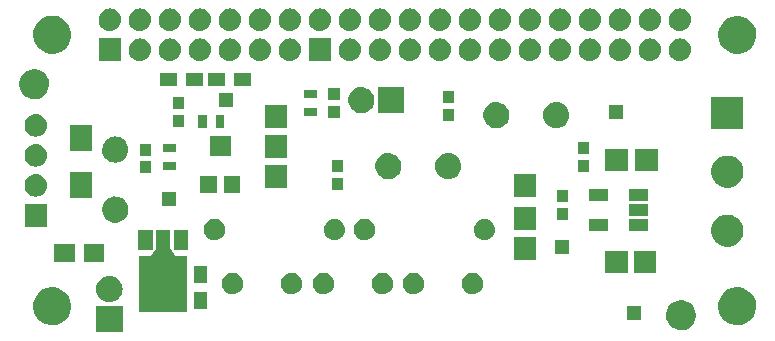
<source format=gbr>
G04 #@! TF.FileFunction,Soldermask,Top*
%FSLAX46Y46*%
G04 Gerber Fmt 4.6, Leading zero omitted, Abs format (unit mm)*
G04 Created by KiCad (PCBNEW 4.0.6) date Sunday, December 16, 2018 'PMt' 05:25:45 PM*
%MOMM*%
%LPD*%
G01*
G04 APERTURE LIST*
%ADD10C,0.100000*%
G04 APERTURE END LIST*
D10*
G36*
X87988140Y-89512140D02*
X85747860Y-89512140D01*
X85747860Y-87271860D01*
X87988140Y-87271860D01*
X87988140Y-89512140D01*
X87988140Y-89512140D01*
G37*
G36*
X135402398Y-86785843D02*
X135646366Y-86835923D01*
X135875965Y-86932438D01*
X136082449Y-87071713D01*
X136257943Y-87248436D01*
X136395772Y-87455885D01*
X136490681Y-87686153D01*
X136538986Y-87930108D01*
X136538986Y-87930125D01*
X136539054Y-87930470D01*
X136535082Y-88214943D01*
X136535003Y-88215290D01*
X136535003Y-88215302D01*
X136479905Y-88457815D01*
X136378604Y-88685340D01*
X136235036Y-88888863D01*
X136054676Y-89060617D01*
X135844385Y-89194071D01*
X135612182Y-89284137D01*
X135366907Y-89327386D01*
X135117895Y-89322170D01*
X134874650Y-89268689D01*
X134646419Y-89168977D01*
X134441905Y-89026837D01*
X134268891Y-88847675D01*
X134133973Y-88638323D01*
X134042290Y-88406759D01*
X133997328Y-88161783D01*
X134000806Y-87912748D01*
X134052589Y-87669130D01*
X134150701Y-87440215D01*
X134291416Y-87234707D01*
X134469362Y-87060450D01*
X134677768Y-86924073D01*
X134908688Y-86830775D01*
X135153340Y-86784105D01*
X135402398Y-86785843D01*
X135402398Y-86785843D01*
G37*
G36*
X82208494Y-85706926D02*
X82516652Y-85770182D01*
X82806659Y-85892090D01*
X83067468Y-86068007D01*
X83289136Y-86291228D01*
X83463228Y-86553257D01*
X83583108Y-86844108D01*
X83644140Y-87152343D01*
X83644140Y-87152357D01*
X83644209Y-87152706D01*
X83639192Y-87512025D01*
X83639112Y-87512377D01*
X83639112Y-87512384D01*
X83569497Y-87818797D01*
X83441544Y-88106185D01*
X83260204Y-88363250D01*
X83032386Y-88580199D01*
X82766770Y-88748763D01*
X82473474Y-88862525D01*
X82163666Y-88917153D01*
X81849140Y-88910565D01*
X81541896Y-88843013D01*
X81253616Y-88717067D01*
X80995294Y-88537528D01*
X80776761Y-88311230D01*
X80606345Y-88046796D01*
X80490539Y-87754306D01*
X80433749Y-87444879D01*
X80438142Y-87130322D01*
X80503548Y-86822609D01*
X80627476Y-86533462D01*
X80805211Y-86273886D01*
X81029975Y-86053782D01*
X81293213Y-85881524D01*
X81584890Y-85763679D01*
X81893909Y-85704730D01*
X82208494Y-85706926D01*
X82208494Y-85706926D01*
G37*
G36*
X140208494Y-85706926D02*
X140516652Y-85770182D01*
X140806659Y-85892090D01*
X141067468Y-86068007D01*
X141289136Y-86291228D01*
X141463228Y-86553257D01*
X141583108Y-86844108D01*
X141644140Y-87152343D01*
X141644140Y-87152357D01*
X141644209Y-87152706D01*
X141639192Y-87512025D01*
X141639112Y-87512377D01*
X141639112Y-87512384D01*
X141569497Y-87818797D01*
X141441544Y-88106185D01*
X141260204Y-88363250D01*
X141032386Y-88580199D01*
X140766770Y-88748763D01*
X140473474Y-88862525D01*
X140163666Y-88917153D01*
X139849140Y-88910565D01*
X139541896Y-88843013D01*
X139253616Y-88717067D01*
X138995294Y-88537528D01*
X138776761Y-88311230D01*
X138606345Y-88046796D01*
X138490539Y-87754306D01*
X138433749Y-87444879D01*
X138438142Y-87130322D01*
X138503548Y-86822609D01*
X138627476Y-86533462D01*
X138805211Y-86273886D01*
X139029975Y-86053782D01*
X139293213Y-85881524D01*
X139584890Y-85763679D01*
X139893909Y-85704730D01*
X140208494Y-85706926D01*
X140208494Y-85706926D01*
G37*
G36*
X131922140Y-88488140D02*
X130713860Y-88488140D01*
X130713860Y-87279860D01*
X131922140Y-87279860D01*
X131922140Y-88488140D01*
X131922140Y-88488140D01*
G37*
G36*
X92044520Y-82394687D02*
X92046581Y-82409193D01*
X92053288Y-82423604D01*
X92464019Y-83038657D01*
X92473789Y-83049576D01*
X92486215Y-83057341D01*
X92507321Y-83061810D01*
X93474140Y-83061810D01*
X93474140Y-87769830D01*
X92770690Y-87769830D01*
X92761648Y-87770621D01*
X92750293Y-87772623D01*
X92644538Y-87770408D01*
X92639217Y-87769830D01*
X91500690Y-87769830D01*
X91491648Y-87770621D01*
X91480293Y-87772623D01*
X91374538Y-87770408D01*
X91369217Y-87769830D01*
X90230690Y-87769830D01*
X90221648Y-87770621D01*
X90210293Y-87772623D01*
X90104538Y-87770408D01*
X90099217Y-87769830D01*
X89405860Y-87769830D01*
X89405860Y-83061810D01*
X90372679Y-83061810D01*
X90387185Y-83059749D01*
X90400543Y-83053727D01*
X90415981Y-83038657D01*
X90826712Y-82423604D01*
X90833054Y-82410396D01*
X90835480Y-82394687D01*
X90835480Y-80859630D01*
X92044520Y-80859630D01*
X92044520Y-82394687D01*
X92044520Y-82394687D01*
G37*
G36*
X95169140Y-87529140D02*
X94060860Y-87529140D01*
X94060860Y-86120860D01*
X95169140Y-86120860D01*
X95169140Y-87529140D01*
X95169140Y-87529140D01*
G37*
G36*
X86886954Y-84731954D02*
X86886957Y-84731954D01*
X86889060Y-84731969D01*
X87106310Y-84756338D01*
X87314690Y-84822440D01*
X87506262Y-84927757D01*
X87673729Y-85068279D01*
X87810713Y-85238653D01*
X87911996Y-85432388D01*
X87973719Y-85642107D01*
X87973722Y-85642141D01*
X87973725Y-85642151D01*
X87993534Y-85859819D01*
X87970688Y-86077188D01*
X87970685Y-86077198D01*
X87970681Y-86077235D01*
X87906036Y-86286072D01*
X87802058Y-86478374D01*
X87662709Y-86646819D01*
X87493296Y-86784988D01*
X87300272Y-86887621D01*
X87090990Y-86950807D01*
X86873420Y-86972140D01*
X86862547Y-86972140D01*
X86849046Y-86972046D01*
X86849043Y-86972046D01*
X86846940Y-86972031D01*
X86629690Y-86947662D01*
X86421310Y-86881560D01*
X86229738Y-86776243D01*
X86062271Y-86635721D01*
X85925287Y-86465347D01*
X85824004Y-86271612D01*
X85762281Y-86061893D01*
X85762278Y-86061859D01*
X85762275Y-86061849D01*
X85742466Y-85844181D01*
X85765312Y-85626812D01*
X85765315Y-85626802D01*
X85765319Y-85626765D01*
X85829964Y-85417928D01*
X85933942Y-85225626D01*
X86073291Y-85057181D01*
X86242704Y-84919012D01*
X86435728Y-84816379D01*
X86645010Y-84753193D01*
X86862580Y-84731860D01*
X86873453Y-84731860D01*
X86886954Y-84731954D01*
X86886954Y-84731954D01*
G37*
G36*
X117710965Y-84484460D02*
X117884660Y-84520114D01*
X118048111Y-84588823D01*
X118195110Y-84687974D01*
X118320052Y-84813792D01*
X118418174Y-84961477D01*
X118485742Y-85125410D01*
X118520110Y-85298983D01*
X118520110Y-85298995D01*
X118520179Y-85299344D01*
X118517351Y-85501867D01*
X118517272Y-85502214D01*
X118517272Y-85502226D01*
X118478070Y-85674773D01*
X118405952Y-85836753D01*
X118303742Y-85981646D01*
X118175338Y-86103923D01*
X118025632Y-86198928D01*
X117860319Y-86263049D01*
X117685702Y-86293839D01*
X117508424Y-86290126D01*
X117335254Y-86252052D01*
X117172770Y-86181065D01*
X117027173Y-86079872D01*
X116904000Y-85952323D01*
X116807949Y-85803280D01*
X116742678Y-85638427D01*
X116710669Y-85464021D01*
X116713145Y-85286728D01*
X116750010Y-85113292D01*
X116819859Y-84950321D01*
X116920037Y-84804015D01*
X117046720Y-84679958D01*
X117195089Y-84582868D01*
X117359485Y-84516448D01*
X117533659Y-84483222D01*
X117710965Y-84484460D01*
X117710965Y-84484460D01*
G37*
G36*
X112710965Y-84484460D02*
X112884660Y-84520114D01*
X113048111Y-84588823D01*
X113195110Y-84687974D01*
X113320052Y-84813792D01*
X113418174Y-84961477D01*
X113485742Y-85125410D01*
X113520110Y-85298983D01*
X113520110Y-85298995D01*
X113520179Y-85299344D01*
X113517351Y-85501867D01*
X113517272Y-85502214D01*
X113517272Y-85502226D01*
X113478070Y-85674773D01*
X113405952Y-85836753D01*
X113303742Y-85981646D01*
X113175338Y-86103923D01*
X113025632Y-86198928D01*
X112860319Y-86263049D01*
X112685702Y-86293839D01*
X112508424Y-86290126D01*
X112335254Y-86252052D01*
X112172770Y-86181065D01*
X112027173Y-86079872D01*
X111904000Y-85952323D01*
X111807949Y-85803280D01*
X111742678Y-85638427D01*
X111710669Y-85464021D01*
X111713145Y-85286728D01*
X111750010Y-85113292D01*
X111819859Y-84950321D01*
X111920037Y-84804015D01*
X112046720Y-84679958D01*
X112195089Y-84582868D01*
X112359485Y-84516448D01*
X112533659Y-84483222D01*
X112710965Y-84484460D01*
X112710965Y-84484460D01*
G37*
G36*
X110090965Y-84484460D02*
X110264660Y-84520114D01*
X110428111Y-84588823D01*
X110575110Y-84687974D01*
X110700052Y-84813792D01*
X110798174Y-84961477D01*
X110865742Y-85125410D01*
X110900110Y-85298983D01*
X110900110Y-85298995D01*
X110900179Y-85299344D01*
X110897351Y-85501867D01*
X110897272Y-85502214D01*
X110897272Y-85502226D01*
X110858070Y-85674773D01*
X110785952Y-85836753D01*
X110683742Y-85981646D01*
X110555338Y-86103923D01*
X110405632Y-86198928D01*
X110240319Y-86263049D01*
X110065702Y-86293839D01*
X109888424Y-86290126D01*
X109715254Y-86252052D01*
X109552770Y-86181065D01*
X109407173Y-86079872D01*
X109284000Y-85952323D01*
X109187949Y-85803280D01*
X109122678Y-85638427D01*
X109090669Y-85464021D01*
X109093145Y-85286728D01*
X109130010Y-85113292D01*
X109199859Y-84950321D01*
X109300037Y-84804015D01*
X109426720Y-84679958D01*
X109575089Y-84582868D01*
X109739485Y-84516448D01*
X109913659Y-84483222D01*
X110090965Y-84484460D01*
X110090965Y-84484460D01*
G37*
G36*
X105090965Y-84484460D02*
X105264660Y-84520114D01*
X105428111Y-84588823D01*
X105575110Y-84687974D01*
X105700052Y-84813792D01*
X105798174Y-84961477D01*
X105865742Y-85125410D01*
X105900110Y-85298983D01*
X105900110Y-85298995D01*
X105900179Y-85299344D01*
X105897351Y-85501867D01*
X105897272Y-85502214D01*
X105897272Y-85502226D01*
X105858070Y-85674773D01*
X105785952Y-85836753D01*
X105683742Y-85981646D01*
X105555338Y-86103923D01*
X105405632Y-86198928D01*
X105240319Y-86263049D01*
X105065702Y-86293839D01*
X104888424Y-86290126D01*
X104715254Y-86252052D01*
X104552770Y-86181065D01*
X104407173Y-86079872D01*
X104284000Y-85952323D01*
X104187949Y-85803280D01*
X104122678Y-85638427D01*
X104090669Y-85464021D01*
X104093145Y-85286728D01*
X104130010Y-85113292D01*
X104199859Y-84950321D01*
X104300037Y-84804015D01*
X104426720Y-84679958D01*
X104575089Y-84582868D01*
X104739485Y-84516448D01*
X104913659Y-84483222D01*
X105090965Y-84484460D01*
X105090965Y-84484460D01*
G37*
G36*
X102390965Y-84484460D02*
X102564660Y-84520114D01*
X102728111Y-84588823D01*
X102875110Y-84687974D01*
X103000052Y-84813792D01*
X103098174Y-84961477D01*
X103165742Y-85125410D01*
X103200110Y-85298983D01*
X103200110Y-85298995D01*
X103200179Y-85299344D01*
X103197351Y-85501867D01*
X103197272Y-85502214D01*
X103197272Y-85502226D01*
X103158070Y-85674773D01*
X103085952Y-85836753D01*
X102983742Y-85981646D01*
X102855338Y-86103923D01*
X102705632Y-86198928D01*
X102540319Y-86263049D01*
X102365702Y-86293839D01*
X102188424Y-86290126D01*
X102015254Y-86252052D01*
X101852770Y-86181065D01*
X101707173Y-86079872D01*
X101584000Y-85952323D01*
X101487949Y-85803280D01*
X101422678Y-85638427D01*
X101390669Y-85464021D01*
X101393145Y-85286728D01*
X101430010Y-85113292D01*
X101499859Y-84950321D01*
X101600037Y-84804015D01*
X101726720Y-84679958D01*
X101875089Y-84582868D01*
X102039485Y-84516448D01*
X102213659Y-84483222D01*
X102390965Y-84484460D01*
X102390965Y-84484460D01*
G37*
G36*
X97390965Y-84484460D02*
X97564660Y-84520114D01*
X97728111Y-84588823D01*
X97875110Y-84687974D01*
X98000052Y-84813792D01*
X98098174Y-84961477D01*
X98165742Y-85125410D01*
X98200110Y-85298983D01*
X98200110Y-85298995D01*
X98200179Y-85299344D01*
X98197351Y-85501867D01*
X98197272Y-85502214D01*
X98197272Y-85502226D01*
X98158070Y-85674773D01*
X98085952Y-85836753D01*
X97983742Y-85981646D01*
X97855338Y-86103923D01*
X97705632Y-86198928D01*
X97540319Y-86263049D01*
X97365702Y-86293839D01*
X97188424Y-86290126D01*
X97015254Y-86252052D01*
X96852770Y-86181065D01*
X96707173Y-86079872D01*
X96584000Y-85952323D01*
X96487949Y-85803280D01*
X96422678Y-85638427D01*
X96390669Y-85464021D01*
X96393145Y-85286728D01*
X96430010Y-85113292D01*
X96499859Y-84950321D01*
X96600037Y-84804015D01*
X96726720Y-84679958D01*
X96875089Y-84582868D01*
X97039485Y-84516448D01*
X97213659Y-84483222D01*
X97390965Y-84484460D01*
X97390965Y-84484460D01*
G37*
G36*
X95169140Y-85329140D02*
X94060860Y-85329140D01*
X94060860Y-83920860D01*
X95169140Y-83920860D01*
X95169140Y-85329140D01*
X95169140Y-85329140D01*
G37*
G36*
X133161140Y-84520140D02*
X131252860Y-84520140D01*
X131252860Y-82611860D01*
X133161140Y-82611860D01*
X133161140Y-84520140D01*
X133161140Y-84520140D01*
G37*
G36*
X130748140Y-84520140D02*
X128839860Y-84520140D01*
X128839860Y-82611860D01*
X130748140Y-82611860D01*
X130748140Y-84520140D01*
X130748140Y-84520140D01*
G37*
G36*
X86432140Y-83533140D02*
X84723860Y-83533140D01*
X84723860Y-82074860D01*
X86432140Y-82074860D01*
X86432140Y-83533140D01*
X86432140Y-83533140D01*
G37*
G36*
X83932140Y-83533140D02*
X82223860Y-83533140D01*
X82223860Y-82074860D01*
X83932140Y-82074860D01*
X83932140Y-83533140D01*
X83932140Y-83533140D01*
G37*
G36*
X123001140Y-83377140D02*
X121092860Y-83377140D01*
X121092860Y-81468860D01*
X123001140Y-81468860D01*
X123001140Y-83377140D01*
X123001140Y-83377140D01*
G37*
G36*
X125826140Y-82900140D02*
X124617860Y-82900140D01*
X124617860Y-81691860D01*
X125826140Y-81691860D01*
X125826140Y-82900140D01*
X125826140Y-82900140D01*
G37*
G36*
X90543380Y-82569050D02*
X89334340Y-82569050D01*
X89334340Y-80859630D01*
X90543380Y-80859630D01*
X90543380Y-82569050D01*
X90543380Y-82569050D01*
G37*
G36*
X93545660Y-82569050D02*
X92336620Y-82569050D01*
X92336620Y-80859630D01*
X93545660Y-80859630D01*
X93545660Y-82569050D01*
X93545660Y-82569050D01*
G37*
G36*
X139348230Y-79556760D02*
X139608373Y-79610159D01*
X139853178Y-79713066D01*
X140073341Y-79861568D01*
X140260462Y-80050000D01*
X140407422Y-80271193D01*
X140508620Y-80516716D01*
X140560129Y-80776857D01*
X140560129Y-80776871D01*
X140560198Y-80777220D01*
X140555963Y-81080540D01*
X140555883Y-81080892D01*
X140555883Y-81080899D01*
X140497130Y-81339503D01*
X140389119Y-81582102D01*
X140236038Y-81799107D01*
X140043726Y-81982243D01*
X139819508Y-82124535D01*
X139571918Y-82220569D01*
X139310393Y-82266683D01*
X139044885Y-82261122D01*
X138785524Y-82204098D01*
X138542171Y-82097780D01*
X138324109Y-81946222D01*
X138139632Y-81755192D01*
X137995777Y-81531973D01*
X137898017Y-81285058D01*
X137850078Y-81023858D01*
X137853786Y-80758324D01*
X137908999Y-80498567D01*
X138013613Y-80254483D01*
X138163649Y-80035361D01*
X138353384Y-79849560D01*
X138575597Y-79704147D01*
X138821817Y-79604668D01*
X139082677Y-79554906D01*
X139348230Y-79556760D01*
X139348230Y-79556760D01*
G37*
G36*
X108566965Y-79912460D02*
X108740660Y-79948114D01*
X108904111Y-80016823D01*
X109051110Y-80115974D01*
X109176052Y-80241792D01*
X109274174Y-80389477D01*
X109341742Y-80553410D01*
X109376110Y-80726983D01*
X109376110Y-80726995D01*
X109376179Y-80727344D01*
X109373351Y-80929867D01*
X109373272Y-80930214D01*
X109373272Y-80930226D01*
X109334070Y-81102773D01*
X109261952Y-81264753D01*
X109159742Y-81409646D01*
X109031338Y-81531923D01*
X108881632Y-81626928D01*
X108716319Y-81691049D01*
X108541702Y-81721839D01*
X108364424Y-81718126D01*
X108191254Y-81680052D01*
X108028770Y-81609065D01*
X107883173Y-81507872D01*
X107760000Y-81380323D01*
X107663949Y-81231280D01*
X107598678Y-81066427D01*
X107566669Y-80892021D01*
X107569145Y-80714728D01*
X107606010Y-80541292D01*
X107675859Y-80378321D01*
X107776037Y-80232015D01*
X107902720Y-80107958D01*
X108051089Y-80010868D01*
X108215485Y-79944448D01*
X108389659Y-79911222D01*
X108566965Y-79912460D01*
X108566965Y-79912460D01*
G37*
G36*
X95866965Y-79912460D02*
X96040660Y-79948114D01*
X96204111Y-80016823D01*
X96351110Y-80115974D01*
X96476052Y-80241792D01*
X96574174Y-80389477D01*
X96641742Y-80553410D01*
X96676110Y-80726983D01*
X96676110Y-80726995D01*
X96676179Y-80727344D01*
X96673351Y-80929867D01*
X96673272Y-80930214D01*
X96673272Y-80930226D01*
X96634070Y-81102773D01*
X96561952Y-81264753D01*
X96459742Y-81409646D01*
X96331338Y-81531923D01*
X96181632Y-81626928D01*
X96016319Y-81691049D01*
X95841702Y-81721839D01*
X95664424Y-81718126D01*
X95491254Y-81680052D01*
X95328770Y-81609065D01*
X95183173Y-81507872D01*
X95060000Y-81380323D01*
X94963949Y-81231280D01*
X94898678Y-81066427D01*
X94866669Y-80892021D01*
X94869145Y-80714728D01*
X94906010Y-80541292D01*
X94975859Y-80378321D01*
X95076037Y-80232015D01*
X95202720Y-80107958D01*
X95351089Y-80010868D01*
X95515485Y-79944448D01*
X95689659Y-79911222D01*
X95866965Y-79912460D01*
X95866965Y-79912460D01*
G37*
G36*
X105946884Y-79911933D02*
X105946886Y-79911933D01*
X105948999Y-79911948D01*
X106124356Y-79931618D01*
X106292554Y-79984973D01*
X106447184Y-80069982D01*
X106582358Y-80183406D01*
X106692927Y-80320926D01*
X106774679Y-80477303D01*
X106824500Y-80646581D01*
X106824503Y-80646615D01*
X106824506Y-80646625D01*
X106840495Y-80822311D01*
X106822055Y-80997755D01*
X106822052Y-80997765D01*
X106822048Y-80997803D01*
X106769868Y-81166368D01*
X106685941Y-81321589D01*
X106573463Y-81457551D01*
X106436718Y-81569077D01*
X106280916Y-81651919D01*
X106111990Y-81702921D01*
X105936375Y-81720140D01*
X105927592Y-81720140D01*
X105917116Y-81720067D01*
X105917114Y-81720067D01*
X105915001Y-81720052D01*
X105739644Y-81700382D01*
X105571446Y-81647027D01*
X105416816Y-81562018D01*
X105281642Y-81448594D01*
X105171073Y-81311074D01*
X105089321Y-81154697D01*
X105039500Y-80985419D01*
X105039497Y-80985385D01*
X105039494Y-80985375D01*
X105023505Y-80809689D01*
X105041945Y-80634245D01*
X105041948Y-80634235D01*
X105041952Y-80634197D01*
X105094132Y-80465632D01*
X105178059Y-80310411D01*
X105290537Y-80174449D01*
X105427282Y-80062923D01*
X105583084Y-79980081D01*
X105752010Y-79929079D01*
X105927625Y-79911860D01*
X105936408Y-79911860D01*
X105946884Y-79911933D01*
X105946884Y-79911933D01*
G37*
G36*
X118646884Y-79911933D02*
X118646886Y-79911933D01*
X118648999Y-79911948D01*
X118824356Y-79931618D01*
X118992554Y-79984973D01*
X119147184Y-80069982D01*
X119282358Y-80183406D01*
X119392927Y-80320926D01*
X119474679Y-80477303D01*
X119524500Y-80646581D01*
X119524503Y-80646615D01*
X119524506Y-80646625D01*
X119540495Y-80822311D01*
X119522055Y-80997755D01*
X119522052Y-80997765D01*
X119522048Y-80997803D01*
X119469868Y-81166368D01*
X119385941Y-81321589D01*
X119273463Y-81457551D01*
X119136718Y-81569077D01*
X118980916Y-81651919D01*
X118811990Y-81702921D01*
X118636375Y-81720140D01*
X118627592Y-81720140D01*
X118617116Y-81720067D01*
X118617114Y-81720067D01*
X118615001Y-81720052D01*
X118439644Y-81700382D01*
X118271446Y-81647027D01*
X118116816Y-81562018D01*
X117981642Y-81448594D01*
X117871073Y-81311074D01*
X117789321Y-81154697D01*
X117739500Y-80985419D01*
X117739497Y-80985385D01*
X117739494Y-80985375D01*
X117723505Y-80809689D01*
X117741945Y-80634245D01*
X117741948Y-80634235D01*
X117741952Y-80634197D01*
X117794132Y-80465632D01*
X117878059Y-80310411D01*
X117990537Y-80174449D01*
X118127282Y-80062923D01*
X118283084Y-79980081D01*
X118452010Y-79929079D01*
X118627625Y-79911860D01*
X118636408Y-79911860D01*
X118646884Y-79911933D01*
X118646884Y-79911933D01*
G37*
G36*
X132515140Y-80919140D02*
X130906860Y-80919140D01*
X130906860Y-79950860D01*
X132515140Y-79950860D01*
X132515140Y-80919140D01*
X132515140Y-80919140D01*
G37*
G36*
X129090140Y-80919140D02*
X127481860Y-80919140D01*
X127481860Y-79950860D01*
X129090140Y-79950860D01*
X129090140Y-80919140D01*
X129090140Y-80919140D01*
G37*
G36*
X123001140Y-80837140D02*
X121092860Y-80837140D01*
X121092860Y-78928860D01*
X123001140Y-78928860D01*
X123001140Y-80837140D01*
X123001140Y-80837140D01*
G37*
G36*
X81604140Y-80574140D02*
X79695860Y-80574140D01*
X79695860Y-78665860D01*
X81604140Y-78665860D01*
X81604140Y-80574140D01*
X81604140Y-80574140D01*
G37*
G36*
X87491977Y-78017593D02*
X87704083Y-78061133D01*
X87903696Y-78145043D01*
X88083214Y-78266129D01*
X88235789Y-78419772D01*
X88355617Y-78600129D01*
X88438132Y-78800324D01*
X88480118Y-79012371D01*
X88480118Y-79012385D01*
X88480187Y-79012734D01*
X88476733Y-79260055D01*
X88476654Y-79260402D01*
X88476654Y-79260414D01*
X88428763Y-79471208D01*
X88340692Y-79669019D01*
X88215873Y-79845962D01*
X88059068Y-79995285D01*
X87876241Y-80111310D01*
X87674363Y-80189613D01*
X87461120Y-80227214D01*
X87244629Y-80222679D01*
X87033152Y-80176183D01*
X86834727Y-80089493D01*
X86656923Y-79965916D01*
X86506504Y-79810153D01*
X86389205Y-79628141D01*
X86309496Y-79426820D01*
X86270407Y-79213838D01*
X86273430Y-78997326D01*
X86318450Y-78785525D01*
X86403750Y-78586505D01*
X86526088Y-78407836D01*
X86680793Y-78256337D01*
X86861982Y-78137770D01*
X87062744Y-78056657D01*
X87275445Y-78016083D01*
X87491977Y-78017593D01*
X87491977Y-78017593D01*
G37*
G36*
X125701140Y-79994140D02*
X124742860Y-79994140D01*
X124742860Y-78985860D01*
X125701140Y-78985860D01*
X125701140Y-79994140D01*
X125701140Y-79994140D01*
G37*
G36*
X132515140Y-79649140D02*
X130906860Y-79649140D01*
X130906860Y-78680860D01*
X132515140Y-78680860D01*
X132515140Y-79649140D01*
X132515140Y-79649140D01*
G37*
G36*
X92552140Y-78836140D02*
X91343860Y-78836140D01*
X91343860Y-77627860D01*
X92552140Y-77627860D01*
X92552140Y-78836140D01*
X92552140Y-78836140D01*
G37*
G36*
X125701140Y-78494140D02*
X124742860Y-78494140D01*
X124742860Y-77485860D01*
X125701140Y-77485860D01*
X125701140Y-78494140D01*
X125701140Y-78494140D01*
G37*
G36*
X129090140Y-78379140D02*
X127481860Y-78379140D01*
X127481860Y-77410860D01*
X129090140Y-77410860D01*
X129090140Y-78379140D01*
X129090140Y-78379140D01*
G37*
G36*
X132515140Y-78379140D02*
X130906860Y-78379140D01*
X130906860Y-77410860D01*
X132515140Y-77410860D01*
X132515140Y-78379140D01*
X132515140Y-78379140D01*
G37*
G36*
X85409140Y-78161140D02*
X83500860Y-78161140D01*
X83500860Y-75952860D01*
X85409140Y-75952860D01*
X85409140Y-78161140D01*
X85409140Y-78161140D01*
G37*
G36*
X123001140Y-78043140D02*
X121092860Y-78043140D01*
X121092860Y-76134860D01*
X123001140Y-76134860D01*
X123001140Y-78043140D01*
X123001140Y-78043140D01*
G37*
G36*
X80665833Y-76125938D02*
X80665836Y-76125938D01*
X80667939Y-76125953D01*
X80852994Y-76146710D01*
X81030493Y-76203016D01*
X81193675Y-76292726D01*
X81336324Y-76412423D01*
X81453007Y-76557548D01*
X81539280Y-76722573D01*
X81591857Y-76901212D01*
X81591861Y-76901251D01*
X81591863Y-76901259D01*
X81608735Y-77086660D01*
X81589275Y-77271810D01*
X81589273Y-77271816D01*
X81589269Y-77271856D01*
X81534204Y-77449744D01*
X81445635Y-77613548D01*
X81326937Y-77757030D01*
X81182630Y-77874723D01*
X81018211Y-77962146D01*
X80839944Y-78015969D01*
X80654617Y-78034140D01*
X80645351Y-78034140D01*
X80634167Y-78034062D01*
X80634164Y-78034062D01*
X80632061Y-78034047D01*
X80447006Y-78013290D01*
X80269507Y-77956984D01*
X80106325Y-77867274D01*
X79963676Y-77747577D01*
X79846993Y-77602452D01*
X79760720Y-77437427D01*
X79708143Y-77258788D01*
X79708139Y-77258749D01*
X79708137Y-77258741D01*
X79691265Y-77073340D01*
X79710725Y-76888190D01*
X79710727Y-76888184D01*
X79710731Y-76888144D01*
X79765796Y-76710256D01*
X79854365Y-76546452D01*
X79973063Y-76402970D01*
X80117370Y-76285277D01*
X80281789Y-76197854D01*
X80460056Y-76144031D01*
X80645383Y-76125860D01*
X80654649Y-76125860D01*
X80665833Y-76125938D01*
X80665833Y-76125938D01*
G37*
G36*
X95970140Y-77688140D02*
X94561860Y-77688140D01*
X94561860Y-76279860D01*
X95970140Y-76279860D01*
X95970140Y-77688140D01*
X95970140Y-77688140D01*
G37*
G36*
X97970140Y-77688140D02*
X96561860Y-77688140D01*
X96561860Y-76279860D01*
X97970140Y-76279860D01*
X97970140Y-77688140D01*
X97970140Y-77688140D01*
G37*
G36*
X106651140Y-77454140D02*
X105692860Y-77454140D01*
X105692860Y-76445860D01*
X106651140Y-76445860D01*
X106651140Y-77454140D01*
X106651140Y-77454140D01*
G37*
G36*
X101919140Y-77281140D02*
X100010860Y-77281140D01*
X100010860Y-75372860D01*
X101919140Y-75372860D01*
X101919140Y-77281140D01*
X101919140Y-77281140D01*
G37*
G36*
X139348230Y-74556760D02*
X139608373Y-74610159D01*
X139853178Y-74713066D01*
X140073341Y-74861568D01*
X140260462Y-75050000D01*
X140407422Y-75271193D01*
X140508620Y-75516716D01*
X140560129Y-75776857D01*
X140560129Y-75776871D01*
X140560198Y-75777220D01*
X140555963Y-76080540D01*
X140555883Y-76080892D01*
X140555883Y-76080899D01*
X140497130Y-76339503D01*
X140389119Y-76582102D01*
X140236038Y-76799107D01*
X140043726Y-76982243D01*
X139819508Y-77124535D01*
X139571918Y-77220569D01*
X139310393Y-77266683D01*
X139044885Y-77261122D01*
X138785524Y-77204098D01*
X138542171Y-77097780D01*
X138324109Y-76946222D01*
X138139632Y-76755192D01*
X137995777Y-76531973D01*
X137898017Y-76285058D01*
X137850078Y-76023858D01*
X137853786Y-75758324D01*
X137908999Y-75498567D01*
X138013613Y-75254483D01*
X138163649Y-75035361D01*
X138353384Y-74849560D01*
X138575597Y-74704147D01*
X138821817Y-74604668D01*
X139082677Y-74554906D01*
X139348230Y-74556760D01*
X139348230Y-74556760D01*
G37*
G36*
X110605977Y-74334593D02*
X110818083Y-74378133D01*
X111017696Y-74462043D01*
X111197214Y-74583129D01*
X111349789Y-74736772D01*
X111469617Y-74917129D01*
X111552132Y-75117324D01*
X111594118Y-75329371D01*
X111594118Y-75329385D01*
X111594187Y-75329734D01*
X111590733Y-75577055D01*
X111590654Y-75577402D01*
X111590654Y-75577414D01*
X111542763Y-75788208D01*
X111454692Y-75986019D01*
X111329873Y-76162962D01*
X111173068Y-76312285D01*
X110990241Y-76428310D01*
X110788363Y-76506613D01*
X110575120Y-76544214D01*
X110358629Y-76539679D01*
X110147152Y-76493183D01*
X109948727Y-76406493D01*
X109770923Y-76282916D01*
X109620504Y-76127153D01*
X109503205Y-75945141D01*
X109423496Y-75743820D01*
X109384407Y-75530838D01*
X109387430Y-75314326D01*
X109432450Y-75102525D01*
X109517750Y-74903505D01*
X109640088Y-74724836D01*
X109794793Y-74573337D01*
X109975982Y-74454770D01*
X110176744Y-74373657D01*
X110389445Y-74333083D01*
X110605977Y-74334593D01*
X110605977Y-74334593D01*
G37*
G36*
X115588642Y-74333953D02*
X115588644Y-74333953D01*
X115590758Y-74333968D01*
X115804906Y-74357988D01*
X116010309Y-74423146D01*
X116199145Y-74526959D01*
X116364220Y-74665474D01*
X116499247Y-74833414D01*
X116599083Y-75024382D01*
X116659925Y-75231105D01*
X116659928Y-75231141D01*
X116659930Y-75231147D01*
X116679457Y-75445707D01*
X116656937Y-75659970D01*
X116656934Y-75659980D01*
X116656930Y-75660018D01*
X116593208Y-75865871D01*
X116490716Y-76055427D01*
X116353357Y-76221465D01*
X116186364Y-76357662D01*
X115996097Y-76458828D01*
X115789804Y-76521112D01*
X115575342Y-76542140D01*
X115564627Y-76542140D01*
X115551358Y-76542047D01*
X115551356Y-76542047D01*
X115549242Y-76542032D01*
X115335094Y-76518012D01*
X115129691Y-76452854D01*
X114940855Y-76349041D01*
X114775780Y-76210526D01*
X114640753Y-76042586D01*
X114540917Y-75851618D01*
X114480075Y-75644895D01*
X114480072Y-75644859D01*
X114480070Y-75644853D01*
X114460543Y-75430293D01*
X114483063Y-75216030D01*
X114483066Y-75216020D01*
X114483070Y-75215982D01*
X114546792Y-75010129D01*
X114649284Y-74820573D01*
X114786643Y-74654535D01*
X114953636Y-74518338D01*
X115143903Y-74417172D01*
X115350196Y-74354888D01*
X115564658Y-74333860D01*
X115575373Y-74333860D01*
X115588642Y-74333953D01*
X115588642Y-74333953D01*
G37*
G36*
X90395140Y-76057140D02*
X89436860Y-76057140D01*
X89436860Y-75048860D01*
X90395140Y-75048860D01*
X90395140Y-76057140D01*
X90395140Y-76057140D01*
G37*
G36*
X106651140Y-75954140D02*
X105692860Y-75954140D01*
X105692860Y-74945860D01*
X106651140Y-74945860D01*
X106651140Y-75954140D01*
X106651140Y-75954140D01*
G37*
G36*
X127479140Y-75930140D02*
X126520860Y-75930140D01*
X126520860Y-74921860D01*
X127479140Y-74921860D01*
X127479140Y-75930140D01*
X127479140Y-75930140D01*
G37*
G36*
X133288140Y-75884140D02*
X131379860Y-75884140D01*
X131379860Y-73975860D01*
X133288140Y-73975860D01*
X133288140Y-75884140D01*
X133288140Y-75884140D01*
G37*
G36*
X130748140Y-75884140D02*
X128839860Y-75884140D01*
X128839860Y-73975860D01*
X130748140Y-73975860D01*
X130748140Y-75884140D01*
X130748140Y-75884140D01*
G37*
G36*
X92502140Y-75780140D02*
X91393860Y-75780140D01*
X91393860Y-75071860D01*
X92502140Y-75071860D01*
X92502140Y-75780140D01*
X92502140Y-75780140D01*
G37*
G36*
X80665833Y-73585938D02*
X80665836Y-73585938D01*
X80667939Y-73585953D01*
X80852994Y-73606710D01*
X81030493Y-73663016D01*
X81193675Y-73752726D01*
X81336324Y-73872423D01*
X81453007Y-74017548D01*
X81539280Y-74182573D01*
X81591857Y-74361212D01*
X81591861Y-74361251D01*
X81591863Y-74361259D01*
X81608735Y-74546660D01*
X81589275Y-74731810D01*
X81589273Y-74731816D01*
X81589269Y-74731856D01*
X81534204Y-74909744D01*
X81445635Y-75073548D01*
X81326937Y-75217030D01*
X81182630Y-75334723D01*
X81018211Y-75422146D01*
X80839944Y-75475969D01*
X80654617Y-75494140D01*
X80645351Y-75494140D01*
X80634167Y-75494062D01*
X80634164Y-75494062D01*
X80632061Y-75494047D01*
X80447006Y-75473290D01*
X80269507Y-75416984D01*
X80106325Y-75327274D01*
X79963676Y-75207577D01*
X79846993Y-75062452D01*
X79760720Y-74897427D01*
X79708143Y-74718788D01*
X79708139Y-74718749D01*
X79708137Y-74718741D01*
X79691265Y-74533340D01*
X79710725Y-74348190D01*
X79710727Y-74348184D01*
X79710731Y-74348144D01*
X79765796Y-74170256D01*
X79854365Y-74006452D01*
X79973063Y-73862970D01*
X80117370Y-73745277D01*
X80281789Y-73657854D01*
X80460056Y-73604031D01*
X80645383Y-73585860D01*
X80654649Y-73585860D01*
X80665833Y-73585938D01*
X80665833Y-73585938D01*
G37*
G36*
X87597970Y-72954063D02*
X87597980Y-72954066D01*
X87598018Y-72954070D01*
X87803871Y-73017792D01*
X87993427Y-73120284D01*
X88159465Y-73257643D01*
X88295662Y-73424636D01*
X88396828Y-73614903D01*
X88459112Y-73821196D01*
X88480140Y-74035658D01*
X88480140Y-74046342D01*
X88480032Y-74061758D01*
X88456012Y-74275906D01*
X88390854Y-74481309D01*
X88287041Y-74670145D01*
X88148526Y-74835220D01*
X87980586Y-74970247D01*
X87789618Y-75070083D01*
X87582895Y-75130925D01*
X87582859Y-75130928D01*
X87582853Y-75130930D01*
X87368293Y-75150457D01*
X87154030Y-75127937D01*
X87154020Y-75127934D01*
X87153982Y-75127930D01*
X86948129Y-75064208D01*
X86758573Y-74961716D01*
X86592535Y-74824357D01*
X86456338Y-74657364D01*
X86355172Y-74467097D01*
X86292888Y-74260804D01*
X86271860Y-74046342D01*
X86271860Y-74035658D01*
X86271968Y-74020242D01*
X86295988Y-73806094D01*
X86361146Y-73600691D01*
X86464959Y-73411855D01*
X86603474Y-73246780D01*
X86771414Y-73111753D01*
X86962382Y-73011917D01*
X87169105Y-72951075D01*
X87169141Y-72951072D01*
X87169147Y-72951070D01*
X87383707Y-72931543D01*
X87597970Y-72954063D01*
X87597970Y-72954063D01*
G37*
G36*
X101919140Y-74741140D02*
X100010860Y-74741140D01*
X100010860Y-72832860D01*
X101919140Y-72832860D01*
X101919140Y-74741140D01*
X101919140Y-74741140D01*
G37*
G36*
X97170140Y-74588140D02*
X95361860Y-74588140D01*
X95361860Y-72879860D01*
X97170140Y-72879860D01*
X97170140Y-74588140D01*
X97170140Y-74588140D01*
G37*
G36*
X90395140Y-74557140D02*
X89436860Y-74557140D01*
X89436860Y-73548860D01*
X90395140Y-73548860D01*
X90395140Y-74557140D01*
X90395140Y-74557140D01*
G37*
G36*
X127479140Y-74430140D02*
X126520860Y-74430140D01*
X126520860Y-73421860D01*
X127479140Y-73421860D01*
X127479140Y-74430140D01*
X127479140Y-74430140D01*
G37*
G36*
X92502140Y-74280140D02*
X91393860Y-74280140D01*
X91393860Y-73571860D01*
X92502140Y-73571860D01*
X92502140Y-74280140D01*
X92502140Y-74280140D01*
G37*
G36*
X85409140Y-74161140D02*
X83500860Y-74161140D01*
X83500860Y-71952860D01*
X85409140Y-71952860D01*
X85409140Y-74161140D01*
X85409140Y-74161140D01*
G37*
G36*
X80665833Y-71045938D02*
X80665836Y-71045938D01*
X80667939Y-71045953D01*
X80852994Y-71066710D01*
X81030493Y-71123016D01*
X81193675Y-71212726D01*
X81336324Y-71332423D01*
X81453007Y-71477548D01*
X81539280Y-71642573D01*
X81591857Y-71821212D01*
X81591861Y-71821251D01*
X81591863Y-71821259D01*
X81608735Y-72006660D01*
X81589275Y-72191810D01*
X81589273Y-72191816D01*
X81589269Y-72191856D01*
X81534204Y-72369744D01*
X81445635Y-72533548D01*
X81326937Y-72677030D01*
X81182630Y-72794723D01*
X81018211Y-72882146D01*
X80839944Y-72935969D01*
X80654617Y-72954140D01*
X80645351Y-72954140D01*
X80634167Y-72954062D01*
X80634164Y-72954062D01*
X80632061Y-72954047D01*
X80447006Y-72933290D01*
X80269507Y-72876984D01*
X80106325Y-72787274D01*
X79963676Y-72667577D01*
X79846993Y-72522452D01*
X79760720Y-72357427D01*
X79708143Y-72178788D01*
X79708139Y-72178749D01*
X79708137Y-72178741D01*
X79691265Y-71993340D01*
X79710725Y-71808190D01*
X79710727Y-71808184D01*
X79710731Y-71808144D01*
X79765796Y-71630256D01*
X79854365Y-71466452D01*
X79973063Y-71322970D01*
X80117370Y-71205277D01*
X80281789Y-71117854D01*
X80460056Y-71064031D01*
X80645383Y-71045860D01*
X80654649Y-71045860D01*
X80665833Y-71045938D01*
X80665833Y-71045938D01*
G37*
G36*
X140560140Y-72264140D02*
X137851860Y-72264140D01*
X137851860Y-69555860D01*
X140560140Y-69555860D01*
X140560140Y-72264140D01*
X140560140Y-72264140D01*
G37*
G36*
X119749977Y-70016593D02*
X119962083Y-70060133D01*
X120161696Y-70144043D01*
X120341214Y-70265129D01*
X120493789Y-70418772D01*
X120613617Y-70599129D01*
X120696132Y-70799324D01*
X120738118Y-71011371D01*
X120738118Y-71011385D01*
X120738187Y-71011734D01*
X120734733Y-71259055D01*
X120734654Y-71259402D01*
X120734654Y-71259414D01*
X120686763Y-71470208D01*
X120598692Y-71668019D01*
X120473873Y-71844962D01*
X120317068Y-71994285D01*
X120134241Y-72110310D01*
X119932363Y-72188613D01*
X119719120Y-72226214D01*
X119502629Y-72221679D01*
X119291152Y-72175183D01*
X119092727Y-72088493D01*
X118914923Y-71964916D01*
X118764504Y-71809153D01*
X118647205Y-71627141D01*
X118567496Y-71425820D01*
X118528407Y-71212838D01*
X118531430Y-70996326D01*
X118576450Y-70784525D01*
X118661750Y-70585505D01*
X118784088Y-70406836D01*
X118938793Y-70255337D01*
X119119982Y-70136770D01*
X119320744Y-70055657D01*
X119533445Y-70015083D01*
X119749977Y-70016593D01*
X119749977Y-70016593D01*
G37*
G36*
X124732642Y-70015953D02*
X124732644Y-70015953D01*
X124734758Y-70015968D01*
X124948906Y-70039988D01*
X125154309Y-70105146D01*
X125343145Y-70208959D01*
X125508220Y-70347474D01*
X125643247Y-70515414D01*
X125743083Y-70706382D01*
X125803925Y-70913105D01*
X125803928Y-70913141D01*
X125803930Y-70913147D01*
X125823457Y-71127707D01*
X125800937Y-71341970D01*
X125800934Y-71341980D01*
X125800930Y-71342018D01*
X125737208Y-71547871D01*
X125634716Y-71737427D01*
X125497357Y-71903465D01*
X125330364Y-72039662D01*
X125140097Y-72140828D01*
X124933804Y-72203112D01*
X124719342Y-72224140D01*
X124708627Y-72224140D01*
X124695358Y-72224047D01*
X124695356Y-72224047D01*
X124693242Y-72224032D01*
X124479094Y-72200012D01*
X124273691Y-72134854D01*
X124084855Y-72031041D01*
X123919780Y-71892526D01*
X123784753Y-71724586D01*
X123684917Y-71533618D01*
X123624075Y-71326895D01*
X123624072Y-71326859D01*
X123624070Y-71326853D01*
X123604543Y-71112293D01*
X123627063Y-70898030D01*
X123627066Y-70898020D01*
X123627070Y-70897982D01*
X123690792Y-70692129D01*
X123793284Y-70502573D01*
X123930643Y-70336535D01*
X124097636Y-70200338D01*
X124287903Y-70099172D01*
X124494196Y-70036888D01*
X124708658Y-70015860D01*
X124719373Y-70015860D01*
X124732642Y-70015953D01*
X124732642Y-70015953D01*
G37*
G36*
X101919140Y-72201140D02*
X100010860Y-72201140D01*
X100010860Y-70292860D01*
X101919140Y-70292860D01*
X101919140Y-72201140D01*
X101919140Y-72201140D01*
G37*
G36*
X96608140Y-72182140D02*
X95899860Y-72182140D01*
X95899860Y-71073860D01*
X96608140Y-71073860D01*
X96608140Y-72182140D01*
X96608140Y-72182140D01*
G37*
G36*
X95108140Y-72182140D02*
X94399860Y-72182140D01*
X94399860Y-71073860D01*
X95108140Y-71073860D01*
X95108140Y-72182140D01*
X95108140Y-72182140D01*
G37*
G36*
X93189140Y-72120140D02*
X92230860Y-72120140D01*
X92230860Y-71111860D01*
X93189140Y-71111860D01*
X93189140Y-72120140D01*
X93189140Y-72120140D01*
G37*
G36*
X116049140Y-71612140D02*
X115090860Y-71612140D01*
X115090860Y-70603860D01*
X116049140Y-70603860D01*
X116049140Y-71612140D01*
X116049140Y-71612140D01*
G37*
G36*
X130398140Y-71470140D02*
X129189860Y-71470140D01*
X129189860Y-70261860D01*
X130398140Y-70261860D01*
X130398140Y-71470140D01*
X130398140Y-71470140D01*
G37*
G36*
X106420920Y-71356220D02*
X105415080Y-71356220D01*
X105415080Y-70350380D01*
X106420920Y-70350380D01*
X106420920Y-71356220D01*
X106420920Y-71356220D01*
G37*
G36*
X104440140Y-71208140D02*
X103331860Y-71208140D01*
X103331860Y-70499860D01*
X104440140Y-70499860D01*
X104440140Y-71208140D01*
X104440140Y-71208140D01*
G37*
G36*
X108319977Y-68746593D02*
X108532083Y-68790133D01*
X108731696Y-68874043D01*
X108911214Y-68995129D01*
X109063789Y-69148772D01*
X109183617Y-69329129D01*
X109266132Y-69529324D01*
X109308118Y-69741371D01*
X109308118Y-69741385D01*
X109308187Y-69741734D01*
X109304733Y-69989055D01*
X109304654Y-69989402D01*
X109304654Y-69989414D01*
X109256763Y-70200208D01*
X109168692Y-70398019D01*
X109043873Y-70574962D01*
X108887068Y-70724285D01*
X108704241Y-70840310D01*
X108502363Y-70918613D01*
X108289120Y-70956214D01*
X108072629Y-70951679D01*
X107861152Y-70905183D01*
X107662727Y-70818493D01*
X107484923Y-70694916D01*
X107334504Y-70539153D01*
X107217205Y-70357141D01*
X107137496Y-70155820D01*
X107098407Y-69942838D01*
X107101430Y-69726326D01*
X107146450Y-69514525D01*
X107231750Y-69315505D01*
X107354088Y-69136836D01*
X107508793Y-68985337D01*
X107689982Y-68866770D01*
X107890744Y-68785657D01*
X108103445Y-68745083D01*
X108319977Y-68746593D01*
X108319977Y-68746593D01*
G37*
G36*
X111848140Y-70954140D02*
X109639860Y-70954140D01*
X109639860Y-68745860D01*
X111848140Y-68745860D01*
X111848140Y-70954140D01*
X111848140Y-70954140D01*
G37*
G36*
X93189140Y-70620140D02*
X92230860Y-70620140D01*
X92230860Y-69611860D01*
X93189140Y-69611860D01*
X93189140Y-70620140D01*
X93189140Y-70620140D01*
G37*
G36*
X97378140Y-70454140D02*
X96169860Y-70454140D01*
X96169860Y-69245860D01*
X97378140Y-69245860D01*
X97378140Y-70454140D01*
X97378140Y-70454140D01*
G37*
G36*
X116049140Y-70112140D02*
X115090860Y-70112140D01*
X115090860Y-69103860D01*
X116049140Y-69103860D01*
X116049140Y-70112140D01*
X116049140Y-70112140D01*
G37*
G36*
X106420920Y-69857620D02*
X105415080Y-69857620D01*
X105415080Y-68851780D01*
X106420920Y-68851780D01*
X106420920Y-69857620D01*
X106420920Y-69857620D01*
G37*
G36*
X80633398Y-67230843D02*
X80877366Y-67280923D01*
X81106965Y-67377438D01*
X81313449Y-67516713D01*
X81488943Y-67693436D01*
X81626772Y-67900885D01*
X81721681Y-68131153D01*
X81769986Y-68375108D01*
X81769986Y-68375125D01*
X81770054Y-68375470D01*
X81766082Y-68659943D01*
X81766003Y-68660290D01*
X81766003Y-68660302D01*
X81710905Y-68902815D01*
X81609604Y-69130340D01*
X81466036Y-69333863D01*
X81285676Y-69505617D01*
X81075385Y-69639071D01*
X80843182Y-69729137D01*
X80597907Y-69772386D01*
X80348895Y-69767170D01*
X80105650Y-69713689D01*
X79877419Y-69613977D01*
X79672905Y-69471837D01*
X79499891Y-69292675D01*
X79364973Y-69083323D01*
X79273290Y-68851759D01*
X79228328Y-68606783D01*
X79231806Y-68357748D01*
X79283589Y-68114130D01*
X79381701Y-67885215D01*
X79522416Y-67679707D01*
X79700362Y-67505450D01*
X79908768Y-67369073D01*
X80139688Y-67275775D01*
X80384340Y-67229105D01*
X80633398Y-67230843D01*
X80633398Y-67230843D01*
G37*
G36*
X104440140Y-69708140D02*
X103331860Y-69708140D01*
X103331860Y-68999860D01*
X104440140Y-68999860D01*
X104440140Y-69708140D01*
X104440140Y-69708140D01*
G37*
G36*
X98832140Y-68626140D02*
X97423860Y-68626140D01*
X97423860Y-67517860D01*
X98832140Y-67517860D01*
X98832140Y-68626140D01*
X98832140Y-68626140D01*
G37*
G36*
X96632140Y-68626140D02*
X95223860Y-68626140D01*
X95223860Y-67517860D01*
X96632140Y-67517860D01*
X96632140Y-68626140D01*
X96632140Y-68626140D01*
G37*
G36*
X94768140Y-68626140D02*
X93359860Y-68626140D01*
X93359860Y-67517860D01*
X94768140Y-67517860D01*
X94768140Y-68626140D01*
X94768140Y-68626140D01*
G37*
G36*
X92568140Y-68626140D02*
X91159860Y-68626140D01*
X91159860Y-67517860D01*
X92568140Y-67517860D01*
X92568140Y-68626140D01*
X92568140Y-68626140D01*
G37*
G36*
X115048166Y-64648336D02*
X115048172Y-64648338D01*
X115048212Y-64648342D01*
X115226100Y-64703407D01*
X115389904Y-64791976D01*
X115533386Y-64910674D01*
X115651079Y-65054981D01*
X115738502Y-65219400D01*
X115792325Y-65397667D01*
X115810496Y-65582994D01*
X115810496Y-65592260D01*
X115810441Y-65600199D01*
X115810403Y-65605550D01*
X115789646Y-65790605D01*
X115733340Y-65968104D01*
X115643630Y-66131286D01*
X115523933Y-66273935D01*
X115378808Y-66390618D01*
X115213783Y-66476891D01*
X115035144Y-66529468D01*
X115035105Y-66529472D01*
X115035097Y-66529474D01*
X114849696Y-66546346D01*
X114664546Y-66526886D01*
X114664540Y-66526884D01*
X114664500Y-66526880D01*
X114486612Y-66471815D01*
X114322808Y-66383246D01*
X114179326Y-66264548D01*
X114061633Y-66120241D01*
X113974210Y-65955822D01*
X113920387Y-65777555D01*
X113902216Y-65592228D01*
X113902216Y-65582962D01*
X113902294Y-65571778D01*
X113902294Y-65571775D01*
X113902309Y-65569672D01*
X113923066Y-65384617D01*
X113979372Y-65207118D01*
X114069082Y-65043936D01*
X114188779Y-64901287D01*
X114333904Y-64784604D01*
X114498929Y-64698331D01*
X114677568Y-64645754D01*
X114677607Y-64645750D01*
X114677615Y-64645748D01*
X114863016Y-64628876D01*
X115048166Y-64648336D01*
X115048166Y-64648336D01*
G37*
G36*
X117588166Y-64648336D02*
X117588172Y-64648338D01*
X117588212Y-64648342D01*
X117766100Y-64703407D01*
X117929904Y-64791976D01*
X118073386Y-64910674D01*
X118191079Y-65054981D01*
X118278502Y-65219400D01*
X118332325Y-65397667D01*
X118350496Y-65582994D01*
X118350496Y-65592260D01*
X118350441Y-65600199D01*
X118350403Y-65605550D01*
X118329646Y-65790605D01*
X118273340Y-65968104D01*
X118183630Y-66131286D01*
X118063933Y-66273935D01*
X117918808Y-66390618D01*
X117753783Y-66476891D01*
X117575144Y-66529468D01*
X117575105Y-66529472D01*
X117575097Y-66529474D01*
X117389696Y-66546346D01*
X117204546Y-66526886D01*
X117204540Y-66526884D01*
X117204500Y-66526880D01*
X117026612Y-66471815D01*
X116862808Y-66383246D01*
X116719326Y-66264548D01*
X116601633Y-66120241D01*
X116514210Y-65955822D01*
X116460387Y-65777555D01*
X116442216Y-65592228D01*
X116442216Y-65582962D01*
X116442294Y-65571778D01*
X116442294Y-65571775D01*
X116442309Y-65569672D01*
X116463066Y-65384617D01*
X116519372Y-65207118D01*
X116609082Y-65043936D01*
X116728779Y-64901287D01*
X116873904Y-64784604D01*
X117038929Y-64698331D01*
X117217568Y-64645754D01*
X117217607Y-64645750D01*
X117217615Y-64645748D01*
X117403016Y-64628876D01*
X117588166Y-64648336D01*
X117588166Y-64648336D01*
G37*
G36*
X120128166Y-64648336D02*
X120128172Y-64648338D01*
X120128212Y-64648342D01*
X120306100Y-64703407D01*
X120469904Y-64791976D01*
X120613386Y-64910674D01*
X120731079Y-65054981D01*
X120818502Y-65219400D01*
X120872325Y-65397667D01*
X120890496Y-65582994D01*
X120890496Y-65592260D01*
X120890441Y-65600199D01*
X120890403Y-65605550D01*
X120869646Y-65790605D01*
X120813340Y-65968104D01*
X120723630Y-66131286D01*
X120603933Y-66273935D01*
X120458808Y-66390618D01*
X120293783Y-66476891D01*
X120115144Y-66529468D01*
X120115105Y-66529472D01*
X120115097Y-66529474D01*
X119929696Y-66546346D01*
X119744546Y-66526886D01*
X119744540Y-66526884D01*
X119744500Y-66526880D01*
X119566612Y-66471815D01*
X119402808Y-66383246D01*
X119259326Y-66264548D01*
X119141633Y-66120241D01*
X119054210Y-65955822D01*
X119000387Y-65777555D01*
X118982216Y-65592228D01*
X118982216Y-65582962D01*
X118982294Y-65571778D01*
X118982294Y-65571775D01*
X118982309Y-65569672D01*
X119003066Y-65384617D01*
X119059372Y-65207118D01*
X119149082Y-65043936D01*
X119268779Y-64901287D01*
X119413904Y-64784604D01*
X119578929Y-64698331D01*
X119757568Y-64645754D01*
X119757607Y-64645750D01*
X119757615Y-64645748D01*
X119943016Y-64628876D01*
X120128166Y-64648336D01*
X120128166Y-64648336D01*
G37*
G36*
X122668166Y-64648336D02*
X122668172Y-64648338D01*
X122668212Y-64648342D01*
X122846100Y-64703407D01*
X123009904Y-64791976D01*
X123153386Y-64910674D01*
X123271079Y-65054981D01*
X123358502Y-65219400D01*
X123412325Y-65397667D01*
X123430496Y-65582994D01*
X123430496Y-65592260D01*
X123430441Y-65600199D01*
X123430403Y-65605550D01*
X123409646Y-65790605D01*
X123353340Y-65968104D01*
X123263630Y-66131286D01*
X123143933Y-66273935D01*
X122998808Y-66390618D01*
X122833783Y-66476891D01*
X122655144Y-66529468D01*
X122655105Y-66529472D01*
X122655097Y-66529474D01*
X122469696Y-66546346D01*
X122284546Y-66526886D01*
X122284540Y-66526884D01*
X122284500Y-66526880D01*
X122106612Y-66471815D01*
X121942808Y-66383246D01*
X121799326Y-66264548D01*
X121681633Y-66120241D01*
X121594210Y-65955822D01*
X121540387Y-65777555D01*
X121522216Y-65592228D01*
X121522216Y-65582962D01*
X121522294Y-65571778D01*
X121522294Y-65571775D01*
X121522309Y-65569672D01*
X121543066Y-65384617D01*
X121599372Y-65207118D01*
X121689082Y-65043936D01*
X121808779Y-64901287D01*
X121953904Y-64784604D01*
X122118929Y-64698331D01*
X122297568Y-64645754D01*
X122297607Y-64645750D01*
X122297615Y-64645748D01*
X122483016Y-64628876D01*
X122668166Y-64648336D01*
X122668166Y-64648336D01*
G37*
G36*
X125208166Y-64648336D02*
X125208172Y-64648338D01*
X125208212Y-64648342D01*
X125386100Y-64703407D01*
X125549904Y-64791976D01*
X125693386Y-64910674D01*
X125811079Y-65054981D01*
X125898502Y-65219400D01*
X125952325Y-65397667D01*
X125970496Y-65582994D01*
X125970496Y-65592260D01*
X125970441Y-65600199D01*
X125970403Y-65605550D01*
X125949646Y-65790605D01*
X125893340Y-65968104D01*
X125803630Y-66131286D01*
X125683933Y-66273935D01*
X125538808Y-66390618D01*
X125373783Y-66476891D01*
X125195144Y-66529468D01*
X125195105Y-66529472D01*
X125195097Y-66529474D01*
X125009696Y-66546346D01*
X124824546Y-66526886D01*
X124824540Y-66526884D01*
X124824500Y-66526880D01*
X124646612Y-66471815D01*
X124482808Y-66383246D01*
X124339326Y-66264548D01*
X124221633Y-66120241D01*
X124134210Y-65955822D01*
X124080387Y-65777555D01*
X124062216Y-65592228D01*
X124062216Y-65582962D01*
X124062294Y-65571778D01*
X124062294Y-65571775D01*
X124062309Y-65569672D01*
X124083066Y-65384617D01*
X124139372Y-65207118D01*
X124229082Y-65043936D01*
X124348779Y-64901287D01*
X124493904Y-64784604D01*
X124658929Y-64698331D01*
X124837568Y-64645754D01*
X124837607Y-64645750D01*
X124837615Y-64645748D01*
X125023016Y-64628876D01*
X125208166Y-64648336D01*
X125208166Y-64648336D01*
G37*
G36*
X127748166Y-64648336D02*
X127748172Y-64648338D01*
X127748212Y-64648342D01*
X127926100Y-64703407D01*
X128089904Y-64791976D01*
X128233386Y-64910674D01*
X128351079Y-65054981D01*
X128438502Y-65219400D01*
X128492325Y-65397667D01*
X128510496Y-65582994D01*
X128510496Y-65592260D01*
X128510441Y-65600199D01*
X128510403Y-65605550D01*
X128489646Y-65790605D01*
X128433340Y-65968104D01*
X128343630Y-66131286D01*
X128223933Y-66273935D01*
X128078808Y-66390618D01*
X127913783Y-66476891D01*
X127735144Y-66529468D01*
X127735105Y-66529472D01*
X127735097Y-66529474D01*
X127549696Y-66546346D01*
X127364546Y-66526886D01*
X127364540Y-66526884D01*
X127364500Y-66526880D01*
X127186612Y-66471815D01*
X127022808Y-66383246D01*
X126879326Y-66264548D01*
X126761633Y-66120241D01*
X126674210Y-65955822D01*
X126620387Y-65777555D01*
X126602216Y-65592228D01*
X126602216Y-65582962D01*
X126602294Y-65571778D01*
X126602294Y-65571775D01*
X126602309Y-65569672D01*
X126623066Y-65384617D01*
X126679372Y-65207118D01*
X126769082Y-65043936D01*
X126888779Y-64901287D01*
X127033904Y-64784604D01*
X127198929Y-64698331D01*
X127377568Y-64645754D01*
X127377607Y-64645750D01*
X127377615Y-64645748D01*
X127563016Y-64628876D01*
X127748166Y-64648336D01*
X127748166Y-64648336D01*
G37*
G36*
X130288166Y-64648336D02*
X130288172Y-64648338D01*
X130288212Y-64648342D01*
X130466100Y-64703407D01*
X130629904Y-64791976D01*
X130773386Y-64910674D01*
X130891079Y-65054981D01*
X130978502Y-65219400D01*
X131032325Y-65397667D01*
X131050496Y-65582994D01*
X131050496Y-65592260D01*
X131050441Y-65600199D01*
X131050403Y-65605550D01*
X131029646Y-65790605D01*
X130973340Y-65968104D01*
X130883630Y-66131286D01*
X130763933Y-66273935D01*
X130618808Y-66390618D01*
X130453783Y-66476891D01*
X130275144Y-66529468D01*
X130275105Y-66529472D01*
X130275097Y-66529474D01*
X130089696Y-66546346D01*
X129904546Y-66526886D01*
X129904540Y-66526884D01*
X129904500Y-66526880D01*
X129726612Y-66471815D01*
X129562808Y-66383246D01*
X129419326Y-66264548D01*
X129301633Y-66120241D01*
X129214210Y-65955822D01*
X129160387Y-65777555D01*
X129142216Y-65592228D01*
X129142216Y-65582962D01*
X129142294Y-65571778D01*
X129142294Y-65571775D01*
X129142309Y-65569672D01*
X129163066Y-65384617D01*
X129219372Y-65207118D01*
X129309082Y-65043936D01*
X129428779Y-64901287D01*
X129573904Y-64784604D01*
X129738929Y-64698331D01*
X129917568Y-64645754D01*
X129917607Y-64645750D01*
X129917615Y-64645748D01*
X130103016Y-64628876D01*
X130288166Y-64648336D01*
X130288166Y-64648336D01*
G37*
G36*
X132828166Y-64648336D02*
X132828172Y-64648338D01*
X132828212Y-64648342D01*
X133006100Y-64703407D01*
X133169904Y-64791976D01*
X133313386Y-64910674D01*
X133431079Y-65054981D01*
X133518502Y-65219400D01*
X133572325Y-65397667D01*
X133590496Y-65582994D01*
X133590496Y-65592260D01*
X133590441Y-65600199D01*
X133590403Y-65605550D01*
X133569646Y-65790605D01*
X133513340Y-65968104D01*
X133423630Y-66131286D01*
X133303933Y-66273935D01*
X133158808Y-66390618D01*
X132993783Y-66476891D01*
X132815144Y-66529468D01*
X132815105Y-66529472D01*
X132815097Y-66529474D01*
X132629696Y-66546346D01*
X132444546Y-66526886D01*
X132444540Y-66526884D01*
X132444500Y-66526880D01*
X132266612Y-66471815D01*
X132102808Y-66383246D01*
X131959326Y-66264548D01*
X131841633Y-66120241D01*
X131754210Y-65955822D01*
X131700387Y-65777555D01*
X131682216Y-65592228D01*
X131682216Y-65582962D01*
X131682294Y-65571778D01*
X131682294Y-65571775D01*
X131682309Y-65569672D01*
X131703066Y-65384617D01*
X131759372Y-65207118D01*
X131849082Y-65043936D01*
X131968779Y-64901287D01*
X132113904Y-64784604D01*
X132278929Y-64698331D01*
X132457568Y-64645754D01*
X132457607Y-64645750D01*
X132457615Y-64645748D01*
X132643016Y-64628876D01*
X132828166Y-64648336D01*
X132828166Y-64648336D01*
G37*
G36*
X135368166Y-64648336D02*
X135368172Y-64648338D01*
X135368212Y-64648342D01*
X135546100Y-64703407D01*
X135709904Y-64791976D01*
X135853386Y-64910674D01*
X135971079Y-65054981D01*
X136058502Y-65219400D01*
X136112325Y-65397667D01*
X136130496Y-65582994D01*
X136130496Y-65592260D01*
X136130441Y-65600199D01*
X136130403Y-65605550D01*
X136109646Y-65790605D01*
X136053340Y-65968104D01*
X135963630Y-66131286D01*
X135843933Y-66273935D01*
X135698808Y-66390618D01*
X135533783Y-66476891D01*
X135355144Y-66529468D01*
X135355105Y-66529472D01*
X135355097Y-66529474D01*
X135169696Y-66546346D01*
X134984546Y-66526886D01*
X134984540Y-66526884D01*
X134984500Y-66526880D01*
X134806612Y-66471815D01*
X134642808Y-66383246D01*
X134499326Y-66264548D01*
X134381633Y-66120241D01*
X134294210Y-65955822D01*
X134240387Y-65777555D01*
X134222216Y-65592228D01*
X134222216Y-65582962D01*
X134222294Y-65571778D01*
X134222294Y-65571775D01*
X134222309Y-65569672D01*
X134243066Y-65384617D01*
X134299372Y-65207118D01*
X134389082Y-65043936D01*
X134508779Y-64901287D01*
X134653904Y-64784604D01*
X134818929Y-64698331D01*
X134997568Y-64645754D01*
X134997607Y-64645750D01*
X134997615Y-64645748D01*
X135183016Y-64628876D01*
X135368166Y-64648336D01*
X135368166Y-64648336D01*
G37*
G36*
X112508166Y-64648336D02*
X112508172Y-64648338D01*
X112508212Y-64648342D01*
X112686100Y-64703407D01*
X112849904Y-64791976D01*
X112993386Y-64910674D01*
X113111079Y-65054981D01*
X113198502Y-65219400D01*
X113252325Y-65397667D01*
X113270496Y-65582994D01*
X113270496Y-65592260D01*
X113270441Y-65600199D01*
X113270403Y-65605550D01*
X113249646Y-65790605D01*
X113193340Y-65968104D01*
X113103630Y-66131286D01*
X112983933Y-66273935D01*
X112838808Y-66390618D01*
X112673783Y-66476891D01*
X112495144Y-66529468D01*
X112495105Y-66529472D01*
X112495097Y-66529474D01*
X112309696Y-66546346D01*
X112124546Y-66526886D01*
X112124540Y-66526884D01*
X112124500Y-66526880D01*
X111946612Y-66471815D01*
X111782808Y-66383246D01*
X111639326Y-66264548D01*
X111521633Y-66120241D01*
X111434210Y-65955822D01*
X111380387Y-65777555D01*
X111362216Y-65592228D01*
X111362216Y-65582962D01*
X111362294Y-65571778D01*
X111362294Y-65571775D01*
X111362309Y-65569672D01*
X111383066Y-65384617D01*
X111439372Y-65207118D01*
X111529082Y-65043936D01*
X111648779Y-64901287D01*
X111793904Y-64784604D01*
X111958929Y-64698331D01*
X112137568Y-64645754D01*
X112137607Y-64645750D01*
X112137615Y-64645748D01*
X112323016Y-64628876D01*
X112508166Y-64648336D01*
X112508166Y-64648336D01*
G37*
G36*
X89648166Y-64648336D02*
X89648172Y-64648338D01*
X89648212Y-64648342D01*
X89826100Y-64703407D01*
X89989904Y-64791976D01*
X90133386Y-64910674D01*
X90251079Y-65054981D01*
X90338502Y-65219400D01*
X90392325Y-65397667D01*
X90410496Y-65582994D01*
X90410496Y-65592260D01*
X90410441Y-65600199D01*
X90410403Y-65605550D01*
X90389646Y-65790605D01*
X90333340Y-65968104D01*
X90243630Y-66131286D01*
X90123933Y-66273935D01*
X89978808Y-66390618D01*
X89813783Y-66476891D01*
X89635144Y-66529468D01*
X89635105Y-66529472D01*
X89635097Y-66529474D01*
X89449696Y-66546346D01*
X89264546Y-66526886D01*
X89264540Y-66526884D01*
X89264500Y-66526880D01*
X89086612Y-66471815D01*
X88922808Y-66383246D01*
X88779326Y-66264548D01*
X88661633Y-66120241D01*
X88574210Y-65955822D01*
X88520387Y-65777555D01*
X88502216Y-65592228D01*
X88502216Y-65582962D01*
X88502294Y-65571778D01*
X88502294Y-65571775D01*
X88502309Y-65569672D01*
X88523066Y-65384617D01*
X88579372Y-65207118D01*
X88669082Y-65043936D01*
X88788779Y-64901287D01*
X88933904Y-64784604D01*
X89098929Y-64698331D01*
X89277568Y-64645754D01*
X89277607Y-64645750D01*
X89277615Y-64645748D01*
X89463016Y-64628876D01*
X89648166Y-64648336D01*
X89648166Y-64648336D01*
G37*
G36*
X92188166Y-64648336D02*
X92188172Y-64648338D01*
X92188212Y-64648342D01*
X92366100Y-64703407D01*
X92529904Y-64791976D01*
X92673386Y-64910674D01*
X92791079Y-65054981D01*
X92878502Y-65219400D01*
X92932325Y-65397667D01*
X92950496Y-65582994D01*
X92950496Y-65592260D01*
X92950441Y-65600199D01*
X92950403Y-65605550D01*
X92929646Y-65790605D01*
X92873340Y-65968104D01*
X92783630Y-66131286D01*
X92663933Y-66273935D01*
X92518808Y-66390618D01*
X92353783Y-66476891D01*
X92175144Y-66529468D01*
X92175105Y-66529472D01*
X92175097Y-66529474D01*
X91989696Y-66546346D01*
X91804546Y-66526886D01*
X91804540Y-66526884D01*
X91804500Y-66526880D01*
X91626612Y-66471815D01*
X91462808Y-66383246D01*
X91319326Y-66264548D01*
X91201633Y-66120241D01*
X91114210Y-65955822D01*
X91060387Y-65777555D01*
X91042216Y-65592228D01*
X91042216Y-65582962D01*
X91042294Y-65571778D01*
X91042294Y-65571775D01*
X91042309Y-65569672D01*
X91063066Y-65384617D01*
X91119372Y-65207118D01*
X91209082Y-65043936D01*
X91328779Y-64901287D01*
X91473904Y-64784604D01*
X91638929Y-64698331D01*
X91817568Y-64645754D01*
X91817607Y-64645750D01*
X91817615Y-64645748D01*
X92003016Y-64628876D01*
X92188166Y-64648336D01*
X92188166Y-64648336D01*
G37*
G36*
X94728166Y-64648336D02*
X94728172Y-64648338D01*
X94728212Y-64648342D01*
X94906100Y-64703407D01*
X95069904Y-64791976D01*
X95213386Y-64910674D01*
X95331079Y-65054981D01*
X95418502Y-65219400D01*
X95472325Y-65397667D01*
X95490496Y-65582994D01*
X95490496Y-65592260D01*
X95490441Y-65600199D01*
X95490403Y-65605550D01*
X95469646Y-65790605D01*
X95413340Y-65968104D01*
X95323630Y-66131286D01*
X95203933Y-66273935D01*
X95058808Y-66390618D01*
X94893783Y-66476891D01*
X94715144Y-66529468D01*
X94715105Y-66529472D01*
X94715097Y-66529474D01*
X94529696Y-66546346D01*
X94344546Y-66526886D01*
X94344540Y-66526884D01*
X94344500Y-66526880D01*
X94166612Y-66471815D01*
X94002808Y-66383246D01*
X93859326Y-66264548D01*
X93741633Y-66120241D01*
X93654210Y-65955822D01*
X93600387Y-65777555D01*
X93582216Y-65592228D01*
X93582216Y-65582962D01*
X93582294Y-65571778D01*
X93582294Y-65571775D01*
X93582309Y-65569672D01*
X93603066Y-65384617D01*
X93659372Y-65207118D01*
X93749082Y-65043936D01*
X93868779Y-64901287D01*
X94013904Y-64784604D01*
X94178929Y-64698331D01*
X94357568Y-64645754D01*
X94357607Y-64645750D01*
X94357615Y-64645748D01*
X94543016Y-64628876D01*
X94728166Y-64648336D01*
X94728166Y-64648336D01*
G37*
G36*
X97268166Y-64648336D02*
X97268172Y-64648338D01*
X97268212Y-64648342D01*
X97446100Y-64703407D01*
X97609904Y-64791976D01*
X97753386Y-64910674D01*
X97871079Y-65054981D01*
X97958502Y-65219400D01*
X98012325Y-65397667D01*
X98030496Y-65582994D01*
X98030496Y-65592260D01*
X98030441Y-65600199D01*
X98030403Y-65605550D01*
X98009646Y-65790605D01*
X97953340Y-65968104D01*
X97863630Y-66131286D01*
X97743933Y-66273935D01*
X97598808Y-66390618D01*
X97433783Y-66476891D01*
X97255144Y-66529468D01*
X97255105Y-66529472D01*
X97255097Y-66529474D01*
X97069696Y-66546346D01*
X96884546Y-66526886D01*
X96884540Y-66526884D01*
X96884500Y-66526880D01*
X96706612Y-66471815D01*
X96542808Y-66383246D01*
X96399326Y-66264548D01*
X96281633Y-66120241D01*
X96194210Y-65955822D01*
X96140387Y-65777555D01*
X96122216Y-65592228D01*
X96122216Y-65582962D01*
X96122294Y-65571778D01*
X96122294Y-65571775D01*
X96122309Y-65569672D01*
X96143066Y-65384617D01*
X96199372Y-65207118D01*
X96289082Y-65043936D01*
X96408779Y-64901287D01*
X96553904Y-64784604D01*
X96718929Y-64698331D01*
X96897568Y-64645754D01*
X96897607Y-64645750D01*
X96897615Y-64645748D01*
X97083016Y-64628876D01*
X97268166Y-64648336D01*
X97268166Y-64648336D01*
G37*
G36*
X99808166Y-64648336D02*
X99808172Y-64648338D01*
X99808212Y-64648342D01*
X99986100Y-64703407D01*
X100149904Y-64791976D01*
X100293386Y-64910674D01*
X100411079Y-65054981D01*
X100498502Y-65219400D01*
X100552325Y-65397667D01*
X100570496Y-65582994D01*
X100570496Y-65592260D01*
X100570441Y-65600199D01*
X100570403Y-65605550D01*
X100549646Y-65790605D01*
X100493340Y-65968104D01*
X100403630Y-66131286D01*
X100283933Y-66273935D01*
X100138808Y-66390618D01*
X99973783Y-66476891D01*
X99795144Y-66529468D01*
X99795105Y-66529472D01*
X99795097Y-66529474D01*
X99609696Y-66546346D01*
X99424546Y-66526886D01*
X99424540Y-66526884D01*
X99424500Y-66526880D01*
X99246612Y-66471815D01*
X99082808Y-66383246D01*
X98939326Y-66264548D01*
X98821633Y-66120241D01*
X98734210Y-65955822D01*
X98680387Y-65777555D01*
X98662216Y-65592228D01*
X98662216Y-65582962D01*
X98662294Y-65571778D01*
X98662294Y-65571775D01*
X98662309Y-65569672D01*
X98683066Y-65384617D01*
X98739372Y-65207118D01*
X98829082Y-65043936D01*
X98948779Y-64901287D01*
X99093904Y-64784604D01*
X99258929Y-64698331D01*
X99437568Y-64645754D01*
X99437607Y-64645750D01*
X99437615Y-64645748D01*
X99623016Y-64628876D01*
X99808166Y-64648336D01*
X99808166Y-64648336D01*
G37*
G36*
X102348166Y-64648336D02*
X102348172Y-64648338D01*
X102348212Y-64648342D01*
X102526100Y-64703407D01*
X102689904Y-64791976D01*
X102833386Y-64910674D01*
X102951079Y-65054981D01*
X103038502Y-65219400D01*
X103092325Y-65397667D01*
X103110496Y-65582994D01*
X103110496Y-65592260D01*
X103110441Y-65600199D01*
X103110403Y-65605550D01*
X103089646Y-65790605D01*
X103033340Y-65968104D01*
X102943630Y-66131286D01*
X102823933Y-66273935D01*
X102678808Y-66390618D01*
X102513783Y-66476891D01*
X102335144Y-66529468D01*
X102335105Y-66529472D01*
X102335097Y-66529474D01*
X102149696Y-66546346D01*
X101964546Y-66526886D01*
X101964540Y-66526884D01*
X101964500Y-66526880D01*
X101786612Y-66471815D01*
X101622808Y-66383246D01*
X101479326Y-66264548D01*
X101361633Y-66120241D01*
X101274210Y-65955822D01*
X101220387Y-65777555D01*
X101202216Y-65592228D01*
X101202216Y-65582962D01*
X101202294Y-65571778D01*
X101202294Y-65571775D01*
X101202309Y-65569672D01*
X101223066Y-65384617D01*
X101279372Y-65207118D01*
X101369082Y-65043936D01*
X101488779Y-64901287D01*
X101633904Y-64784604D01*
X101798929Y-64698331D01*
X101977568Y-64645754D01*
X101977607Y-64645750D01*
X101977615Y-64645748D01*
X102163016Y-64628876D01*
X102348166Y-64648336D01*
X102348166Y-64648336D01*
G37*
G36*
X107428166Y-64648336D02*
X107428172Y-64648338D01*
X107428212Y-64648342D01*
X107606100Y-64703407D01*
X107769904Y-64791976D01*
X107913386Y-64910674D01*
X108031079Y-65054981D01*
X108118502Y-65219400D01*
X108172325Y-65397667D01*
X108190496Y-65582994D01*
X108190496Y-65592260D01*
X108190441Y-65600199D01*
X108190403Y-65605550D01*
X108169646Y-65790605D01*
X108113340Y-65968104D01*
X108023630Y-66131286D01*
X107903933Y-66273935D01*
X107758808Y-66390618D01*
X107593783Y-66476891D01*
X107415144Y-66529468D01*
X107415105Y-66529472D01*
X107415097Y-66529474D01*
X107229696Y-66546346D01*
X107044546Y-66526886D01*
X107044540Y-66526884D01*
X107044500Y-66526880D01*
X106866612Y-66471815D01*
X106702808Y-66383246D01*
X106559326Y-66264548D01*
X106441633Y-66120241D01*
X106354210Y-65955822D01*
X106300387Y-65777555D01*
X106282216Y-65592228D01*
X106282216Y-65582962D01*
X106282294Y-65571778D01*
X106282294Y-65571775D01*
X106282309Y-65569672D01*
X106303066Y-65384617D01*
X106359372Y-65207118D01*
X106449082Y-65043936D01*
X106568779Y-64901287D01*
X106713904Y-64784604D01*
X106878929Y-64698331D01*
X107057568Y-64645754D01*
X107057607Y-64645750D01*
X107057615Y-64645748D01*
X107243016Y-64628876D01*
X107428166Y-64648336D01*
X107428166Y-64648336D01*
G37*
G36*
X109968166Y-64648336D02*
X109968172Y-64648338D01*
X109968212Y-64648342D01*
X110146100Y-64703407D01*
X110309904Y-64791976D01*
X110453386Y-64910674D01*
X110571079Y-65054981D01*
X110658502Y-65219400D01*
X110712325Y-65397667D01*
X110730496Y-65582994D01*
X110730496Y-65592260D01*
X110730441Y-65600199D01*
X110730403Y-65605550D01*
X110709646Y-65790605D01*
X110653340Y-65968104D01*
X110563630Y-66131286D01*
X110443933Y-66273935D01*
X110298808Y-66390618D01*
X110133783Y-66476891D01*
X109955144Y-66529468D01*
X109955105Y-66529472D01*
X109955097Y-66529474D01*
X109769696Y-66546346D01*
X109584546Y-66526886D01*
X109584540Y-66526884D01*
X109584500Y-66526880D01*
X109406612Y-66471815D01*
X109242808Y-66383246D01*
X109099326Y-66264548D01*
X108981633Y-66120241D01*
X108894210Y-65955822D01*
X108840387Y-65777555D01*
X108822216Y-65592228D01*
X108822216Y-65582962D01*
X108822294Y-65571778D01*
X108822294Y-65571775D01*
X108822309Y-65569672D01*
X108843066Y-65384617D01*
X108899372Y-65207118D01*
X108989082Y-65043936D01*
X109108779Y-64901287D01*
X109253904Y-64784604D01*
X109418929Y-64698331D01*
X109597568Y-64645754D01*
X109597607Y-64645750D01*
X109597615Y-64645748D01*
X109783016Y-64628876D01*
X109968166Y-64648336D01*
X109968166Y-64648336D01*
G37*
G36*
X87870496Y-66541751D02*
X85962216Y-66541751D01*
X85962216Y-64633471D01*
X87870496Y-64633471D01*
X87870496Y-66541751D01*
X87870496Y-66541751D01*
G37*
G36*
X105650496Y-66541751D02*
X103742216Y-66541751D01*
X103742216Y-64633471D01*
X105650496Y-64633471D01*
X105650496Y-66541751D01*
X105650496Y-66541751D01*
G37*
G36*
X140208494Y-62726926D02*
X140516652Y-62790182D01*
X140806659Y-62912090D01*
X141067468Y-63088007D01*
X141289136Y-63311228D01*
X141463228Y-63573257D01*
X141583108Y-63864108D01*
X141644140Y-64172343D01*
X141644140Y-64172357D01*
X141644209Y-64172706D01*
X141639192Y-64532025D01*
X141639112Y-64532377D01*
X141639112Y-64532384D01*
X141569497Y-64838797D01*
X141441544Y-65126185D01*
X141260204Y-65383250D01*
X141032386Y-65600199D01*
X140766770Y-65768763D01*
X140473474Y-65882525D01*
X140163666Y-65937153D01*
X139849140Y-65930565D01*
X139541896Y-65863013D01*
X139253616Y-65737067D01*
X138995294Y-65557528D01*
X138776761Y-65331230D01*
X138606345Y-65066796D01*
X138490539Y-64774306D01*
X138433749Y-64464879D01*
X138438142Y-64150322D01*
X138503548Y-63842609D01*
X138627476Y-63553462D01*
X138805211Y-63293886D01*
X139029975Y-63073782D01*
X139293213Y-62901524D01*
X139584890Y-62783679D01*
X139893909Y-62724730D01*
X140208494Y-62726926D01*
X140208494Y-62726926D01*
G37*
G36*
X82208494Y-62706926D02*
X82516652Y-62770182D01*
X82806659Y-62892090D01*
X83067468Y-63068007D01*
X83289136Y-63291228D01*
X83463228Y-63553257D01*
X83583108Y-63844108D01*
X83644140Y-64152343D01*
X83644140Y-64152357D01*
X83644209Y-64152706D01*
X83639192Y-64512025D01*
X83639112Y-64512377D01*
X83639112Y-64512384D01*
X83569497Y-64818797D01*
X83441544Y-65106185D01*
X83260204Y-65363250D01*
X83032386Y-65580199D01*
X82766770Y-65748763D01*
X82473474Y-65862525D01*
X82163666Y-65917153D01*
X81849140Y-65910565D01*
X81541896Y-65843013D01*
X81253616Y-65717067D01*
X80995294Y-65537528D01*
X80776761Y-65311230D01*
X80606345Y-65046796D01*
X80490539Y-64754306D01*
X80433749Y-64444879D01*
X80438142Y-64130322D01*
X80503548Y-63822609D01*
X80627476Y-63533462D01*
X80805211Y-63273886D01*
X81029975Y-63053782D01*
X81293213Y-62881524D01*
X81584890Y-62763679D01*
X81893909Y-62704730D01*
X82208494Y-62706926D01*
X82208494Y-62706926D01*
G37*
G36*
X132828166Y-62108336D02*
X132828172Y-62108338D01*
X132828212Y-62108342D01*
X133006100Y-62163407D01*
X133169904Y-62251976D01*
X133313386Y-62370674D01*
X133431079Y-62514981D01*
X133518502Y-62679400D01*
X133572325Y-62857667D01*
X133590496Y-63042994D01*
X133590496Y-63052228D01*
X133590403Y-63065550D01*
X133569646Y-63250605D01*
X133513340Y-63428104D01*
X133423630Y-63591286D01*
X133303933Y-63733935D01*
X133158808Y-63850618D01*
X132993783Y-63936891D01*
X132815144Y-63989468D01*
X132815105Y-63989472D01*
X132815097Y-63989474D01*
X132629696Y-64006346D01*
X132444546Y-63986886D01*
X132444540Y-63986884D01*
X132444500Y-63986880D01*
X132266612Y-63931815D01*
X132102808Y-63843246D01*
X131959326Y-63724548D01*
X131841633Y-63580241D01*
X131754210Y-63415822D01*
X131700387Y-63237555D01*
X131682216Y-63052228D01*
X131682216Y-63042994D01*
X131682309Y-63029672D01*
X131703066Y-62844617D01*
X131759372Y-62667118D01*
X131849082Y-62503936D01*
X131968779Y-62361287D01*
X132113904Y-62244604D01*
X132278929Y-62158331D01*
X132457568Y-62105754D01*
X132457607Y-62105750D01*
X132457615Y-62105748D01*
X132643016Y-62088876D01*
X132828166Y-62108336D01*
X132828166Y-62108336D01*
G37*
G36*
X135368166Y-62108336D02*
X135368172Y-62108338D01*
X135368212Y-62108342D01*
X135546100Y-62163407D01*
X135709904Y-62251976D01*
X135853386Y-62370674D01*
X135971079Y-62514981D01*
X136058502Y-62679400D01*
X136112325Y-62857667D01*
X136130496Y-63042994D01*
X136130496Y-63052228D01*
X136130403Y-63065550D01*
X136109646Y-63250605D01*
X136053340Y-63428104D01*
X135963630Y-63591286D01*
X135843933Y-63733935D01*
X135698808Y-63850618D01*
X135533783Y-63936891D01*
X135355144Y-63989468D01*
X135355105Y-63989472D01*
X135355097Y-63989474D01*
X135169696Y-64006346D01*
X134984546Y-63986886D01*
X134984540Y-63986884D01*
X134984500Y-63986880D01*
X134806612Y-63931815D01*
X134642808Y-63843246D01*
X134499326Y-63724548D01*
X134381633Y-63580241D01*
X134294210Y-63415822D01*
X134240387Y-63237555D01*
X134222216Y-63052228D01*
X134222216Y-63042994D01*
X134222309Y-63029672D01*
X134243066Y-62844617D01*
X134299372Y-62667118D01*
X134389082Y-62503936D01*
X134508779Y-62361287D01*
X134653904Y-62244604D01*
X134818929Y-62158331D01*
X134997568Y-62105754D01*
X134997607Y-62105750D01*
X134997615Y-62105748D01*
X135183016Y-62088876D01*
X135368166Y-62108336D01*
X135368166Y-62108336D01*
G37*
G36*
X130288166Y-62108336D02*
X130288172Y-62108338D01*
X130288212Y-62108342D01*
X130466100Y-62163407D01*
X130629904Y-62251976D01*
X130773386Y-62370674D01*
X130891079Y-62514981D01*
X130978502Y-62679400D01*
X131032325Y-62857667D01*
X131050496Y-63042994D01*
X131050496Y-63052228D01*
X131050403Y-63065550D01*
X131029646Y-63250605D01*
X130973340Y-63428104D01*
X130883630Y-63591286D01*
X130763933Y-63733935D01*
X130618808Y-63850618D01*
X130453783Y-63936891D01*
X130275144Y-63989468D01*
X130275105Y-63989472D01*
X130275097Y-63989474D01*
X130089696Y-64006346D01*
X129904546Y-63986886D01*
X129904540Y-63986884D01*
X129904500Y-63986880D01*
X129726612Y-63931815D01*
X129562808Y-63843246D01*
X129419326Y-63724548D01*
X129301633Y-63580241D01*
X129214210Y-63415822D01*
X129160387Y-63237555D01*
X129142216Y-63052228D01*
X129142216Y-63042994D01*
X129142309Y-63029672D01*
X129163066Y-62844617D01*
X129219372Y-62667118D01*
X129309082Y-62503936D01*
X129428779Y-62361287D01*
X129573904Y-62244604D01*
X129738929Y-62158331D01*
X129917568Y-62105754D01*
X129917607Y-62105750D01*
X129917615Y-62105748D01*
X130103016Y-62088876D01*
X130288166Y-62108336D01*
X130288166Y-62108336D01*
G37*
G36*
X127748166Y-62108336D02*
X127748172Y-62108338D01*
X127748212Y-62108342D01*
X127926100Y-62163407D01*
X128089904Y-62251976D01*
X128233386Y-62370674D01*
X128351079Y-62514981D01*
X128438502Y-62679400D01*
X128492325Y-62857667D01*
X128510496Y-63042994D01*
X128510496Y-63052228D01*
X128510403Y-63065550D01*
X128489646Y-63250605D01*
X128433340Y-63428104D01*
X128343630Y-63591286D01*
X128223933Y-63733935D01*
X128078808Y-63850618D01*
X127913783Y-63936891D01*
X127735144Y-63989468D01*
X127735105Y-63989472D01*
X127735097Y-63989474D01*
X127549696Y-64006346D01*
X127364546Y-63986886D01*
X127364540Y-63986884D01*
X127364500Y-63986880D01*
X127186612Y-63931815D01*
X127022808Y-63843246D01*
X126879326Y-63724548D01*
X126761633Y-63580241D01*
X126674210Y-63415822D01*
X126620387Y-63237555D01*
X126602216Y-63052228D01*
X126602216Y-63042994D01*
X126602309Y-63029672D01*
X126623066Y-62844617D01*
X126679372Y-62667118D01*
X126769082Y-62503936D01*
X126888779Y-62361287D01*
X127033904Y-62244604D01*
X127198929Y-62158331D01*
X127377568Y-62105754D01*
X127377607Y-62105750D01*
X127377615Y-62105748D01*
X127563016Y-62088876D01*
X127748166Y-62108336D01*
X127748166Y-62108336D01*
G37*
G36*
X87108166Y-62108336D02*
X87108172Y-62108338D01*
X87108212Y-62108342D01*
X87286100Y-62163407D01*
X87449904Y-62251976D01*
X87593386Y-62370674D01*
X87711079Y-62514981D01*
X87798502Y-62679400D01*
X87852325Y-62857667D01*
X87870496Y-63042994D01*
X87870496Y-63052228D01*
X87870403Y-63065550D01*
X87849646Y-63250605D01*
X87793340Y-63428104D01*
X87703630Y-63591286D01*
X87583933Y-63733935D01*
X87438808Y-63850618D01*
X87273783Y-63936891D01*
X87095144Y-63989468D01*
X87095105Y-63989472D01*
X87095097Y-63989474D01*
X86909696Y-64006346D01*
X86724546Y-63986886D01*
X86724540Y-63986884D01*
X86724500Y-63986880D01*
X86546612Y-63931815D01*
X86382808Y-63843246D01*
X86239326Y-63724548D01*
X86121633Y-63580241D01*
X86034210Y-63415822D01*
X85980387Y-63237555D01*
X85962216Y-63052228D01*
X85962216Y-63042994D01*
X85962309Y-63029672D01*
X85983066Y-62844617D01*
X86039372Y-62667118D01*
X86129082Y-62503936D01*
X86248779Y-62361287D01*
X86393904Y-62244604D01*
X86558929Y-62158331D01*
X86737568Y-62105754D01*
X86737607Y-62105750D01*
X86737615Y-62105748D01*
X86923016Y-62088876D01*
X87108166Y-62108336D01*
X87108166Y-62108336D01*
G37*
G36*
X89648166Y-62108336D02*
X89648172Y-62108338D01*
X89648212Y-62108342D01*
X89826100Y-62163407D01*
X89989904Y-62251976D01*
X90133386Y-62370674D01*
X90251079Y-62514981D01*
X90338502Y-62679400D01*
X90392325Y-62857667D01*
X90410496Y-63042994D01*
X90410496Y-63052228D01*
X90410403Y-63065550D01*
X90389646Y-63250605D01*
X90333340Y-63428104D01*
X90243630Y-63591286D01*
X90123933Y-63733935D01*
X89978808Y-63850618D01*
X89813783Y-63936891D01*
X89635144Y-63989468D01*
X89635105Y-63989472D01*
X89635097Y-63989474D01*
X89449696Y-64006346D01*
X89264546Y-63986886D01*
X89264540Y-63986884D01*
X89264500Y-63986880D01*
X89086612Y-63931815D01*
X88922808Y-63843246D01*
X88779326Y-63724548D01*
X88661633Y-63580241D01*
X88574210Y-63415822D01*
X88520387Y-63237555D01*
X88502216Y-63052228D01*
X88502216Y-63042994D01*
X88502309Y-63029672D01*
X88523066Y-62844617D01*
X88579372Y-62667118D01*
X88669082Y-62503936D01*
X88788779Y-62361287D01*
X88933904Y-62244604D01*
X89098929Y-62158331D01*
X89277568Y-62105754D01*
X89277607Y-62105750D01*
X89277615Y-62105748D01*
X89463016Y-62088876D01*
X89648166Y-62108336D01*
X89648166Y-62108336D01*
G37*
G36*
X92188166Y-62108336D02*
X92188172Y-62108338D01*
X92188212Y-62108342D01*
X92366100Y-62163407D01*
X92529904Y-62251976D01*
X92673386Y-62370674D01*
X92791079Y-62514981D01*
X92878502Y-62679400D01*
X92932325Y-62857667D01*
X92950496Y-63042994D01*
X92950496Y-63052228D01*
X92950403Y-63065550D01*
X92929646Y-63250605D01*
X92873340Y-63428104D01*
X92783630Y-63591286D01*
X92663933Y-63733935D01*
X92518808Y-63850618D01*
X92353783Y-63936891D01*
X92175144Y-63989468D01*
X92175105Y-63989472D01*
X92175097Y-63989474D01*
X91989696Y-64006346D01*
X91804546Y-63986886D01*
X91804540Y-63986884D01*
X91804500Y-63986880D01*
X91626612Y-63931815D01*
X91462808Y-63843246D01*
X91319326Y-63724548D01*
X91201633Y-63580241D01*
X91114210Y-63415822D01*
X91060387Y-63237555D01*
X91042216Y-63052228D01*
X91042216Y-63042994D01*
X91042309Y-63029672D01*
X91063066Y-62844617D01*
X91119372Y-62667118D01*
X91209082Y-62503936D01*
X91328779Y-62361287D01*
X91473904Y-62244604D01*
X91638929Y-62158331D01*
X91817568Y-62105754D01*
X91817607Y-62105750D01*
X91817615Y-62105748D01*
X92003016Y-62088876D01*
X92188166Y-62108336D01*
X92188166Y-62108336D01*
G37*
G36*
X94728166Y-62108336D02*
X94728172Y-62108338D01*
X94728212Y-62108342D01*
X94906100Y-62163407D01*
X95069904Y-62251976D01*
X95213386Y-62370674D01*
X95331079Y-62514981D01*
X95418502Y-62679400D01*
X95472325Y-62857667D01*
X95490496Y-63042994D01*
X95490496Y-63052228D01*
X95490403Y-63065550D01*
X95469646Y-63250605D01*
X95413340Y-63428104D01*
X95323630Y-63591286D01*
X95203933Y-63733935D01*
X95058808Y-63850618D01*
X94893783Y-63936891D01*
X94715144Y-63989468D01*
X94715105Y-63989472D01*
X94715097Y-63989474D01*
X94529696Y-64006346D01*
X94344546Y-63986886D01*
X94344540Y-63986884D01*
X94344500Y-63986880D01*
X94166612Y-63931815D01*
X94002808Y-63843246D01*
X93859326Y-63724548D01*
X93741633Y-63580241D01*
X93654210Y-63415822D01*
X93600387Y-63237555D01*
X93582216Y-63052228D01*
X93582216Y-63042994D01*
X93582309Y-63029672D01*
X93603066Y-62844617D01*
X93659372Y-62667118D01*
X93749082Y-62503936D01*
X93868779Y-62361287D01*
X94013904Y-62244604D01*
X94178929Y-62158331D01*
X94357568Y-62105754D01*
X94357607Y-62105750D01*
X94357615Y-62105748D01*
X94543016Y-62088876D01*
X94728166Y-62108336D01*
X94728166Y-62108336D01*
G37*
G36*
X97268166Y-62108336D02*
X97268172Y-62108338D01*
X97268212Y-62108342D01*
X97446100Y-62163407D01*
X97609904Y-62251976D01*
X97753386Y-62370674D01*
X97871079Y-62514981D01*
X97958502Y-62679400D01*
X98012325Y-62857667D01*
X98030496Y-63042994D01*
X98030496Y-63052228D01*
X98030403Y-63065550D01*
X98009646Y-63250605D01*
X97953340Y-63428104D01*
X97863630Y-63591286D01*
X97743933Y-63733935D01*
X97598808Y-63850618D01*
X97433783Y-63936891D01*
X97255144Y-63989468D01*
X97255105Y-63989472D01*
X97255097Y-63989474D01*
X97069696Y-64006346D01*
X96884546Y-63986886D01*
X96884540Y-63986884D01*
X96884500Y-63986880D01*
X96706612Y-63931815D01*
X96542808Y-63843246D01*
X96399326Y-63724548D01*
X96281633Y-63580241D01*
X96194210Y-63415822D01*
X96140387Y-63237555D01*
X96122216Y-63052228D01*
X96122216Y-63042994D01*
X96122309Y-63029672D01*
X96143066Y-62844617D01*
X96199372Y-62667118D01*
X96289082Y-62503936D01*
X96408779Y-62361287D01*
X96553904Y-62244604D01*
X96718929Y-62158331D01*
X96897568Y-62105754D01*
X96897607Y-62105750D01*
X96897615Y-62105748D01*
X97083016Y-62088876D01*
X97268166Y-62108336D01*
X97268166Y-62108336D01*
G37*
G36*
X99808166Y-62108336D02*
X99808172Y-62108338D01*
X99808212Y-62108342D01*
X99986100Y-62163407D01*
X100149904Y-62251976D01*
X100293386Y-62370674D01*
X100411079Y-62514981D01*
X100498502Y-62679400D01*
X100552325Y-62857667D01*
X100570496Y-63042994D01*
X100570496Y-63052228D01*
X100570403Y-63065550D01*
X100549646Y-63250605D01*
X100493340Y-63428104D01*
X100403630Y-63591286D01*
X100283933Y-63733935D01*
X100138808Y-63850618D01*
X99973783Y-63936891D01*
X99795144Y-63989468D01*
X99795105Y-63989472D01*
X99795097Y-63989474D01*
X99609696Y-64006346D01*
X99424546Y-63986886D01*
X99424540Y-63986884D01*
X99424500Y-63986880D01*
X99246612Y-63931815D01*
X99082808Y-63843246D01*
X98939326Y-63724548D01*
X98821633Y-63580241D01*
X98734210Y-63415822D01*
X98680387Y-63237555D01*
X98662216Y-63052228D01*
X98662216Y-63042994D01*
X98662309Y-63029672D01*
X98683066Y-62844617D01*
X98739372Y-62667118D01*
X98829082Y-62503936D01*
X98948779Y-62361287D01*
X99093904Y-62244604D01*
X99258929Y-62158331D01*
X99437568Y-62105754D01*
X99437607Y-62105750D01*
X99437615Y-62105748D01*
X99623016Y-62088876D01*
X99808166Y-62108336D01*
X99808166Y-62108336D01*
G37*
G36*
X102348166Y-62108336D02*
X102348172Y-62108338D01*
X102348212Y-62108342D01*
X102526100Y-62163407D01*
X102689904Y-62251976D01*
X102833386Y-62370674D01*
X102951079Y-62514981D01*
X103038502Y-62679400D01*
X103092325Y-62857667D01*
X103110496Y-63042994D01*
X103110496Y-63052228D01*
X103110403Y-63065550D01*
X103089646Y-63250605D01*
X103033340Y-63428104D01*
X102943630Y-63591286D01*
X102823933Y-63733935D01*
X102678808Y-63850618D01*
X102513783Y-63936891D01*
X102335144Y-63989468D01*
X102335105Y-63989472D01*
X102335097Y-63989474D01*
X102149696Y-64006346D01*
X101964546Y-63986886D01*
X101964540Y-63986884D01*
X101964500Y-63986880D01*
X101786612Y-63931815D01*
X101622808Y-63843246D01*
X101479326Y-63724548D01*
X101361633Y-63580241D01*
X101274210Y-63415822D01*
X101220387Y-63237555D01*
X101202216Y-63052228D01*
X101202216Y-63042994D01*
X101202309Y-63029672D01*
X101223066Y-62844617D01*
X101279372Y-62667118D01*
X101369082Y-62503936D01*
X101488779Y-62361287D01*
X101633904Y-62244604D01*
X101798929Y-62158331D01*
X101977568Y-62105754D01*
X101977607Y-62105750D01*
X101977615Y-62105748D01*
X102163016Y-62088876D01*
X102348166Y-62108336D01*
X102348166Y-62108336D01*
G37*
G36*
X104888166Y-62108336D02*
X104888172Y-62108338D01*
X104888212Y-62108342D01*
X105066100Y-62163407D01*
X105229904Y-62251976D01*
X105373386Y-62370674D01*
X105491079Y-62514981D01*
X105578502Y-62679400D01*
X105632325Y-62857667D01*
X105650496Y-63042994D01*
X105650496Y-63052228D01*
X105650403Y-63065550D01*
X105629646Y-63250605D01*
X105573340Y-63428104D01*
X105483630Y-63591286D01*
X105363933Y-63733935D01*
X105218808Y-63850618D01*
X105053783Y-63936891D01*
X104875144Y-63989468D01*
X104875105Y-63989472D01*
X104875097Y-63989474D01*
X104689696Y-64006346D01*
X104504546Y-63986886D01*
X104504540Y-63986884D01*
X104504500Y-63986880D01*
X104326612Y-63931815D01*
X104162808Y-63843246D01*
X104019326Y-63724548D01*
X103901633Y-63580241D01*
X103814210Y-63415822D01*
X103760387Y-63237555D01*
X103742216Y-63052228D01*
X103742216Y-63042994D01*
X103742309Y-63029672D01*
X103763066Y-62844617D01*
X103819372Y-62667118D01*
X103909082Y-62503936D01*
X104028779Y-62361287D01*
X104173904Y-62244604D01*
X104338929Y-62158331D01*
X104517568Y-62105754D01*
X104517607Y-62105750D01*
X104517615Y-62105748D01*
X104703016Y-62088876D01*
X104888166Y-62108336D01*
X104888166Y-62108336D01*
G37*
G36*
X107428166Y-62108336D02*
X107428172Y-62108338D01*
X107428212Y-62108342D01*
X107606100Y-62163407D01*
X107769904Y-62251976D01*
X107913386Y-62370674D01*
X108031079Y-62514981D01*
X108118502Y-62679400D01*
X108172325Y-62857667D01*
X108190496Y-63042994D01*
X108190496Y-63052228D01*
X108190403Y-63065550D01*
X108169646Y-63250605D01*
X108113340Y-63428104D01*
X108023630Y-63591286D01*
X107903933Y-63733935D01*
X107758808Y-63850618D01*
X107593783Y-63936891D01*
X107415144Y-63989468D01*
X107415105Y-63989472D01*
X107415097Y-63989474D01*
X107229696Y-64006346D01*
X107044546Y-63986886D01*
X107044540Y-63986884D01*
X107044500Y-63986880D01*
X106866612Y-63931815D01*
X106702808Y-63843246D01*
X106559326Y-63724548D01*
X106441633Y-63580241D01*
X106354210Y-63415822D01*
X106300387Y-63237555D01*
X106282216Y-63052228D01*
X106282216Y-63042994D01*
X106282309Y-63029672D01*
X106303066Y-62844617D01*
X106359372Y-62667118D01*
X106449082Y-62503936D01*
X106568779Y-62361287D01*
X106713904Y-62244604D01*
X106878929Y-62158331D01*
X107057568Y-62105754D01*
X107057607Y-62105750D01*
X107057615Y-62105748D01*
X107243016Y-62088876D01*
X107428166Y-62108336D01*
X107428166Y-62108336D01*
G37*
G36*
X109968166Y-62108336D02*
X109968172Y-62108338D01*
X109968212Y-62108342D01*
X110146100Y-62163407D01*
X110309904Y-62251976D01*
X110453386Y-62370674D01*
X110571079Y-62514981D01*
X110658502Y-62679400D01*
X110712325Y-62857667D01*
X110730496Y-63042994D01*
X110730496Y-63052228D01*
X110730403Y-63065550D01*
X110709646Y-63250605D01*
X110653340Y-63428104D01*
X110563630Y-63591286D01*
X110443933Y-63733935D01*
X110298808Y-63850618D01*
X110133783Y-63936891D01*
X109955144Y-63989468D01*
X109955105Y-63989472D01*
X109955097Y-63989474D01*
X109769696Y-64006346D01*
X109584546Y-63986886D01*
X109584540Y-63986884D01*
X109584500Y-63986880D01*
X109406612Y-63931815D01*
X109242808Y-63843246D01*
X109099326Y-63724548D01*
X108981633Y-63580241D01*
X108894210Y-63415822D01*
X108840387Y-63237555D01*
X108822216Y-63052228D01*
X108822216Y-63042994D01*
X108822309Y-63029672D01*
X108843066Y-62844617D01*
X108899372Y-62667118D01*
X108989082Y-62503936D01*
X109108779Y-62361287D01*
X109253904Y-62244604D01*
X109418929Y-62158331D01*
X109597568Y-62105754D01*
X109597607Y-62105750D01*
X109597615Y-62105748D01*
X109783016Y-62088876D01*
X109968166Y-62108336D01*
X109968166Y-62108336D01*
G37*
G36*
X112508166Y-62108336D02*
X112508172Y-62108338D01*
X112508212Y-62108342D01*
X112686100Y-62163407D01*
X112849904Y-62251976D01*
X112993386Y-62370674D01*
X113111079Y-62514981D01*
X113198502Y-62679400D01*
X113252325Y-62857667D01*
X113270496Y-63042994D01*
X113270496Y-63052228D01*
X113270403Y-63065550D01*
X113249646Y-63250605D01*
X113193340Y-63428104D01*
X113103630Y-63591286D01*
X112983933Y-63733935D01*
X112838808Y-63850618D01*
X112673783Y-63936891D01*
X112495144Y-63989468D01*
X112495105Y-63989472D01*
X112495097Y-63989474D01*
X112309696Y-64006346D01*
X112124546Y-63986886D01*
X112124540Y-63986884D01*
X112124500Y-63986880D01*
X111946612Y-63931815D01*
X111782808Y-63843246D01*
X111639326Y-63724548D01*
X111521633Y-63580241D01*
X111434210Y-63415822D01*
X111380387Y-63237555D01*
X111362216Y-63052228D01*
X111362216Y-63042994D01*
X111362309Y-63029672D01*
X111383066Y-62844617D01*
X111439372Y-62667118D01*
X111529082Y-62503936D01*
X111648779Y-62361287D01*
X111793904Y-62244604D01*
X111958929Y-62158331D01*
X112137568Y-62105754D01*
X112137607Y-62105750D01*
X112137615Y-62105748D01*
X112323016Y-62088876D01*
X112508166Y-62108336D01*
X112508166Y-62108336D01*
G37*
G36*
X115048166Y-62108336D02*
X115048172Y-62108338D01*
X115048212Y-62108342D01*
X115226100Y-62163407D01*
X115389904Y-62251976D01*
X115533386Y-62370674D01*
X115651079Y-62514981D01*
X115738502Y-62679400D01*
X115792325Y-62857667D01*
X115810496Y-63042994D01*
X115810496Y-63052228D01*
X115810403Y-63065550D01*
X115789646Y-63250605D01*
X115733340Y-63428104D01*
X115643630Y-63591286D01*
X115523933Y-63733935D01*
X115378808Y-63850618D01*
X115213783Y-63936891D01*
X115035144Y-63989468D01*
X115035105Y-63989472D01*
X115035097Y-63989474D01*
X114849696Y-64006346D01*
X114664546Y-63986886D01*
X114664540Y-63986884D01*
X114664500Y-63986880D01*
X114486612Y-63931815D01*
X114322808Y-63843246D01*
X114179326Y-63724548D01*
X114061633Y-63580241D01*
X113974210Y-63415822D01*
X113920387Y-63237555D01*
X113902216Y-63052228D01*
X113902216Y-63042994D01*
X113902309Y-63029672D01*
X113923066Y-62844617D01*
X113979372Y-62667118D01*
X114069082Y-62503936D01*
X114188779Y-62361287D01*
X114333904Y-62244604D01*
X114498929Y-62158331D01*
X114677568Y-62105754D01*
X114677607Y-62105750D01*
X114677615Y-62105748D01*
X114863016Y-62088876D01*
X115048166Y-62108336D01*
X115048166Y-62108336D01*
G37*
G36*
X122668166Y-62108336D02*
X122668172Y-62108338D01*
X122668212Y-62108342D01*
X122846100Y-62163407D01*
X123009904Y-62251976D01*
X123153386Y-62370674D01*
X123271079Y-62514981D01*
X123358502Y-62679400D01*
X123412325Y-62857667D01*
X123430496Y-63042994D01*
X123430496Y-63052228D01*
X123430403Y-63065550D01*
X123409646Y-63250605D01*
X123353340Y-63428104D01*
X123263630Y-63591286D01*
X123143933Y-63733935D01*
X122998808Y-63850618D01*
X122833783Y-63936891D01*
X122655144Y-63989468D01*
X122655105Y-63989472D01*
X122655097Y-63989474D01*
X122469696Y-64006346D01*
X122284546Y-63986886D01*
X122284540Y-63986884D01*
X122284500Y-63986880D01*
X122106612Y-63931815D01*
X121942808Y-63843246D01*
X121799326Y-63724548D01*
X121681633Y-63580241D01*
X121594210Y-63415822D01*
X121540387Y-63237555D01*
X121522216Y-63052228D01*
X121522216Y-63042994D01*
X121522309Y-63029672D01*
X121543066Y-62844617D01*
X121599372Y-62667118D01*
X121689082Y-62503936D01*
X121808779Y-62361287D01*
X121953904Y-62244604D01*
X122118929Y-62158331D01*
X122297568Y-62105754D01*
X122297607Y-62105750D01*
X122297615Y-62105748D01*
X122483016Y-62088876D01*
X122668166Y-62108336D01*
X122668166Y-62108336D01*
G37*
G36*
X120128166Y-62108336D02*
X120128172Y-62108338D01*
X120128212Y-62108342D01*
X120306100Y-62163407D01*
X120469904Y-62251976D01*
X120613386Y-62370674D01*
X120731079Y-62514981D01*
X120818502Y-62679400D01*
X120872325Y-62857667D01*
X120890496Y-63042994D01*
X120890496Y-63052228D01*
X120890403Y-63065550D01*
X120869646Y-63250605D01*
X120813340Y-63428104D01*
X120723630Y-63591286D01*
X120603933Y-63733935D01*
X120458808Y-63850618D01*
X120293783Y-63936891D01*
X120115144Y-63989468D01*
X120115105Y-63989472D01*
X120115097Y-63989474D01*
X119929696Y-64006346D01*
X119744546Y-63986886D01*
X119744540Y-63986884D01*
X119744500Y-63986880D01*
X119566612Y-63931815D01*
X119402808Y-63843246D01*
X119259326Y-63724548D01*
X119141633Y-63580241D01*
X119054210Y-63415822D01*
X119000387Y-63237555D01*
X118982216Y-63052228D01*
X118982216Y-63042994D01*
X118982309Y-63029672D01*
X119003066Y-62844617D01*
X119059372Y-62667118D01*
X119149082Y-62503936D01*
X119268779Y-62361287D01*
X119413904Y-62244604D01*
X119578929Y-62158331D01*
X119757568Y-62105754D01*
X119757607Y-62105750D01*
X119757615Y-62105748D01*
X119943016Y-62088876D01*
X120128166Y-62108336D01*
X120128166Y-62108336D01*
G37*
G36*
X125208166Y-62108336D02*
X125208172Y-62108338D01*
X125208212Y-62108342D01*
X125386100Y-62163407D01*
X125549904Y-62251976D01*
X125693386Y-62370674D01*
X125811079Y-62514981D01*
X125898502Y-62679400D01*
X125952325Y-62857667D01*
X125970496Y-63042994D01*
X125970496Y-63052228D01*
X125970403Y-63065550D01*
X125949646Y-63250605D01*
X125893340Y-63428104D01*
X125803630Y-63591286D01*
X125683933Y-63733935D01*
X125538808Y-63850618D01*
X125373783Y-63936891D01*
X125195144Y-63989468D01*
X125195105Y-63989472D01*
X125195097Y-63989474D01*
X125009696Y-64006346D01*
X124824546Y-63986886D01*
X124824540Y-63986884D01*
X124824500Y-63986880D01*
X124646612Y-63931815D01*
X124482808Y-63843246D01*
X124339326Y-63724548D01*
X124221633Y-63580241D01*
X124134210Y-63415822D01*
X124080387Y-63237555D01*
X124062216Y-63052228D01*
X124062216Y-63042994D01*
X124062309Y-63029672D01*
X124083066Y-62844617D01*
X124139372Y-62667118D01*
X124229082Y-62503936D01*
X124348779Y-62361287D01*
X124493904Y-62244604D01*
X124658929Y-62158331D01*
X124837568Y-62105754D01*
X124837607Y-62105750D01*
X124837615Y-62105748D01*
X125023016Y-62088876D01*
X125208166Y-62108336D01*
X125208166Y-62108336D01*
G37*
G36*
X117588166Y-62108336D02*
X117588172Y-62108338D01*
X117588212Y-62108342D01*
X117766100Y-62163407D01*
X117929904Y-62251976D01*
X118073386Y-62370674D01*
X118191079Y-62514981D01*
X118278502Y-62679400D01*
X118332325Y-62857667D01*
X118350496Y-63042994D01*
X118350496Y-63052228D01*
X118350403Y-63065550D01*
X118329646Y-63250605D01*
X118273340Y-63428104D01*
X118183630Y-63591286D01*
X118063933Y-63733935D01*
X117918808Y-63850618D01*
X117753783Y-63936891D01*
X117575144Y-63989468D01*
X117575105Y-63989472D01*
X117575097Y-63989474D01*
X117389696Y-64006346D01*
X117204546Y-63986886D01*
X117204540Y-63986884D01*
X117204500Y-63986880D01*
X117026612Y-63931815D01*
X116862808Y-63843246D01*
X116719326Y-63724548D01*
X116601633Y-63580241D01*
X116514210Y-63415822D01*
X116460387Y-63237555D01*
X116442216Y-63052228D01*
X116442216Y-63042994D01*
X116442309Y-63029672D01*
X116463066Y-62844617D01*
X116519372Y-62667118D01*
X116609082Y-62503936D01*
X116728779Y-62361287D01*
X116873904Y-62244604D01*
X117038929Y-62158331D01*
X117217568Y-62105754D01*
X117217607Y-62105750D01*
X117217615Y-62105748D01*
X117403016Y-62088876D01*
X117588166Y-62108336D01*
X117588166Y-62108336D01*
G37*
M02*

</source>
